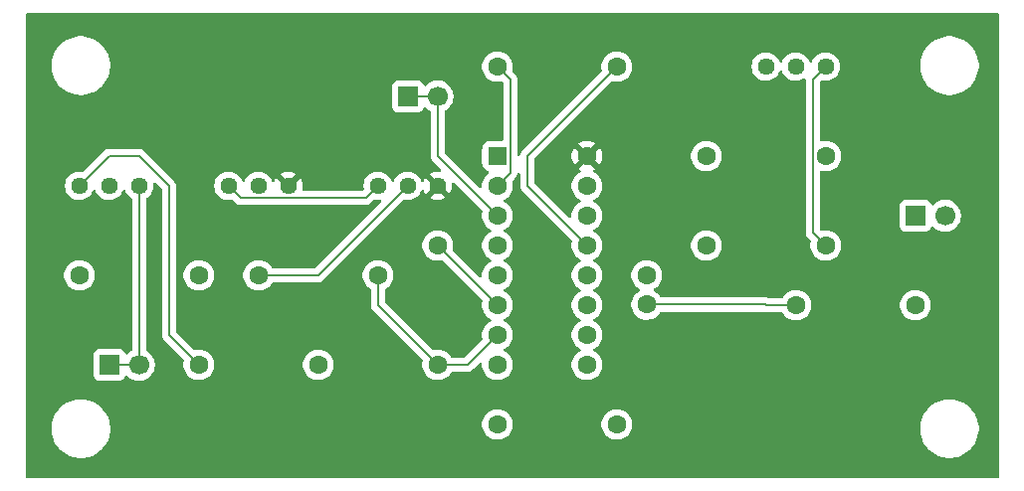
<source format=gtl>
G04 #@! TF.GenerationSoftware,KiCad,Pcbnew,9.0.7*
G04 #@! TF.CreationDate,2026-02-15T14:06:54+01:00*
G04 #@! TF.ProjectId,XR-2208,58522d32-3230-4382-9e6b-696361645f70,rev?*
G04 #@! TF.SameCoordinates,Original*
G04 #@! TF.FileFunction,Copper,L1,Top*
G04 #@! TF.FilePolarity,Positive*
%FSLAX46Y46*%
G04 Gerber Fmt 4.6, Leading zero omitted, Abs format (unit mm)*
G04 Created by KiCad (PCBNEW 9.0.7) date 2026-02-15 14:06:54*
%MOMM*%
%LPD*%
G01*
G04 APERTURE LIST*
G04 Aperture macros list*
%AMRoundRect*
0 Rectangle with rounded corners*
0 $1 Rounding radius*
0 $2 $3 $4 $5 $6 $7 $8 $9 X,Y pos of 4 corners*
0 Add a 4 corners polygon primitive as box body*
4,1,4,$2,$3,$4,$5,$6,$7,$8,$9,$2,$3,0*
0 Add four circle primitives for the rounded corners*
1,1,$1+$1,$2,$3*
1,1,$1+$1,$4,$5*
1,1,$1+$1,$6,$7*
1,1,$1+$1,$8,$9*
0 Add four rect primitives between the rounded corners*
20,1,$1+$1,$2,$3,$4,$5,0*
20,1,$1+$1,$4,$5,$6,$7,0*
20,1,$1+$1,$6,$7,$8,$9,0*
20,1,$1+$1,$8,$9,$2,$3,0*%
G04 Aperture macros list end*
G04 #@! TA.AperFunction,ComponentPad*
%ADD10C,1.600000*%
G04 #@! TD*
G04 #@! TA.AperFunction,ComponentPad*
%ADD11C,1.440000*%
G04 #@! TD*
G04 #@! TA.AperFunction,ComponentPad*
%ADD12RoundRect,0.250000X-0.550000X-0.550000X0.550000X-0.550000X0.550000X0.550000X-0.550000X0.550000X0*%
G04 #@! TD*
G04 #@! TA.AperFunction,ComponentPad*
%ADD13R,1.700000X1.700000*%
G04 #@! TD*
G04 #@! TA.AperFunction,ComponentPad*
%ADD14C,1.700000*%
G04 #@! TD*
G04 #@! TA.AperFunction,Conductor*
%ADD15C,0.200000*%
G04 #@! TD*
G04 APERTURE END LIST*
D10*
G04 #@! TO.P,R4,1*
G04 #@! TO.N,Net-(R4-Pad1)*
X157480000Y-99060000D03*
G04 #@! TO.P,R4,2*
G04 #@! TO.N,Net-(IC1-OP+)*
X147320000Y-99060000D03*
G04 #@! TD*
G04 #@! TO.P,R1,1*
G04 #@! TO.N,Net-(R1-Pad1)*
X104140000Y-109220000D03*
G04 #@! TO.P,R1,2*
G04 #@! TO.N,GND*
X114300000Y-109220000D03*
G04 #@! TD*
D11*
G04 #@! TO.P,RV2,1,1*
G04 #@! TO.N,VCC*
X124460000Y-93980000D03*
G04 #@! TO.P,RV2,2,2*
G04 #@! TO.N,Net-(R2-Pad1)*
X121920000Y-93980000D03*
G04 #@! TO.P,RV2,3,3*
G04 #@! TO.N,VEE*
X119380000Y-93980000D03*
G04 #@! TD*
G04 #@! TO.P,RV1,1,1*
G04 #@! TO.N,Net-(J2-Pin_1)*
X99060000Y-93980000D03*
G04 #@! TO.P,RV1,2,2*
G04 #@! TO.N,Net-(IC1-Y_IN)*
X96520000Y-93980000D03*
G04 #@! TO.P,RV1,3,3*
G04 #@! TO.N,Net-(R1-Pad1)*
X93980000Y-93980000D03*
G04 #@! TD*
D10*
G04 #@! TO.P,RX1,1*
G04 #@! TO.N,Net-(IC1-X_GAIN@1)*
X129540000Y-114300000D03*
G04 #@! TO.P,RX1,2*
G04 #@! TO.N,Net-(IC1-X_GAIN@2)*
X139700000Y-114300000D03*
G04 #@! TD*
D11*
G04 #@! TO.P,RV3,1,1*
G04 #@! TO.N,VCC*
X111760000Y-93980000D03*
G04 #@! TO.P,RV3,2,2*
G04 #@! TO.N,Net-(R3-Pad1)*
X109220000Y-93980000D03*
G04 #@! TO.P,RV3,3,3*
G04 #@! TO.N,VEE*
X106680000Y-93980000D03*
G04 #@! TD*
D12*
G04 #@! TO.P,IC1,1,MULT@1*
G04 #@! TO.N,Net-(IC1-MULT@1)*
X129540000Y-91440000D03*
D10*
G04 #@! TO.P,IC1,2,MULT@2*
G04 #@! TO.N,Net-(IC1-MULT@2)*
X129540000Y-93980000D03*
G04 #@! TO.P,IC1,3,X_IN*
G04 #@! TO.N,Net-(IC1-X_IN)*
X129540000Y-96520000D03*
G04 #@! TO.P,IC1,4,COMMON*
G04 #@! TO.N,GND*
X129540000Y-99060000D03*
G04 #@! TO.P,IC1,5,Y_IN*
G04 #@! TO.N,Net-(IC1-Y_IN)*
X129540000Y-101600000D03*
G04 #@! TO.P,IC1,6,Y_GAIN@1*
G04 #@! TO.N,Net-(IC1-Y_GAIN@1)*
X129540000Y-104140000D03*
G04 #@! TO.P,IC1,7,Y_GAIN@2*
G04 #@! TO.N,Net-(IC1-Y_GAIN@2)*
X129540000Y-106680000D03*
G04 #@! TO.P,IC1,8,X_GAIN@1*
G04 #@! TO.N,Net-(IC1-X_GAIN@1)*
X129540000Y-109220000D03*
G04 #@! TO.P,IC1,9,X_GAIN@2*
G04 #@! TO.N,Net-(IC1-X_GAIN@2)*
X137160000Y-109220000D03*
G04 #@! TO.P,IC1,10,V-*
G04 #@! TO.N,VEE*
X137160000Y-106680000D03*
G04 #@! TO.P,IC1,11,OP_OUT*
G04 #@! TO.N,Net-(IC1-OP_OUT)*
X137160000Y-104140000D03*
G04 #@! TO.P,IC1,12,COMP*
G04 #@! TO.N,Net-(IC1-COMP)*
X137160000Y-101600000D03*
G04 #@! TO.P,IC1,13,OP+*
G04 #@! TO.N,Net-(IC1-OP+)*
X137160000Y-99060000D03*
G04 #@! TO.P,IC1,14,OP-*
G04 #@! TO.N,Net-(IC1-OP-)*
X137160000Y-96520000D03*
G04 #@! TO.P,IC1,15,HF_OUT*
G04 #@! TO.N,unconnected-(IC1-HF_OUT-Pad15)*
X137160000Y-93980000D03*
G04 #@! TO.P,IC1,16,V+*
G04 #@! TO.N,VCC*
X137160000Y-91440000D03*
G04 #@! TD*
G04 #@! TO.P,RY1,1*
G04 #@! TO.N,Net-(IC1-Y_GAIN@2)*
X124460000Y-109220000D03*
G04 #@! TO.P,RY1,2*
G04 #@! TO.N,Net-(IC1-Y_GAIN@1)*
X124460000Y-99060000D03*
G04 #@! TD*
G04 #@! TO.P,Ri1,1*
G04 #@! TO.N,Net-(IC1-MULT@1)*
X147320000Y-91440000D03*
G04 #@! TO.P,Ri1,2*
G04 #@! TO.N,Net-(IC1-OP-)*
X157480000Y-91440000D03*
G04 #@! TD*
G04 #@! TO.P,R2,1*
G04 #@! TO.N,Net-(R2-Pad1)*
X109220000Y-101600000D03*
G04 #@! TO.P,R2,2*
G04 #@! TO.N,Net-(IC1-Y_GAIN@2)*
X119380000Y-101600000D03*
G04 #@! TD*
D13*
G04 #@! TO.P,J2,1,Pin_1*
G04 #@! TO.N,Net-(J2-Pin_1)*
X96520000Y-109220000D03*
D14*
G04 #@! TO.P,J2,2,Pin_2*
X99060000Y-109220000D03*
G04 #@! TD*
D10*
G04 #@! TO.P,R5,1*
G04 #@! TO.N,Net-(IC1-MULT@2)*
X129540000Y-83820000D03*
G04 #@! TO.P,R5,2*
G04 #@! TO.N,Net-(IC1-OP+)*
X139700000Y-83820000D03*
G04 #@! TD*
D13*
G04 #@! TO.P,J1,1,Pin_1*
G04 #@! TO.N,Net-(IC1-X_IN)*
X121920000Y-86360000D03*
D14*
G04 #@! TO.P,J1,2,Pin_2*
X124460000Y-86360000D03*
G04 #@! TD*
D13*
G04 #@! TO.P,J3,1,Pin_1*
G04 #@! TO.N,Net-(IC1-OP-)*
X165100000Y-96520000D03*
D14*
G04 #@! TO.P,J3,2,Pin_2*
X167640000Y-96520000D03*
G04 #@! TD*
D10*
G04 #@! TO.P,Rf1,1*
G04 #@! TO.N,Net-(IC1-OP_OUT)*
X154940000Y-104140000D03*
G04 #@! TO.P,Rf1,2*
G04 #@! TO.N,Net-(IC1-OP-)*
X165100000Y-104140000D03*
G04 #@! TD*
G04 #@! TO.P,C1,1*
G04 #@! TO.N,Net-(IC1-COMP)*
X142240000Y-101600000D03*
G04 #@! TO.P,C1,2*
G04 #@! TO.N,Net-(IC1-OP_OUT)*
X142240000Y-104100000D03*
G04 #@! TD*
G04 #@! TO.P,R3,1*
G04 #@! TO.N,Net-(R3-Pad1)*
X104140000Y-101600000D03*
G04 #@! TO.P,R3,2*
G04 #@! TO.N,Net-(IC1-X_GAIN@1)*
X93980000Y-101600000D03*
G04 #@! TD*
D11*
G04 #@! TO.P,RV4,1,1*
G04 #@! TO.N,GND*
X152400000Y-83820000D03*
G04 #@! TO.P,RV4,2,2*
X154940000Y-83820000D03*
G04 #@! TO.P,RV4,3,3*
G04 #@! TO.N,Net-(R4-Pad1)*
X157480000Y-83820000D03*
G04 #@! TD*
D15*
G04 #@! TO.N,Net-(IC1-OP+)*
X132080000Y-93980000D02*
X137160000Y-99060000D01*
X132080000Y-91440000D02*
X132080000Y-93980000D01*
X139700000Y-83820000D02*
X132080000Y-91440000D01*
G04 #@! TO.N,Net-(IC1-OP_OUT)*
X154940000Y-104140000D02*
X152400000Y-104140000D01*
X152400000Y-104140000D02*
X152360000Y-104100000D01*
X152360000Y-104100000D02*
X142240000Y-104100000D01*
G04 #@! TO.N,Net-(IC1-Y_GAIN@2)*
X119380000Y-104140000D02*
X124460000Y-109220000D01*
X119380000Y-101600000D02*
X119380000Y-104140000D01*
X127000000Y-109220000D02*
X129540000Y-106680000D01*
X124460000Y-109220000D02*
X127000000Y-109220000D01*
G04 #@! TO.N,Net-(IC1-MULT@2)*
X130641000Y-92879000D02*
X129540000Y-93980000D01*
X129540000Y-83820000D02*
X130641000Y-84921000D01*
X130641000Y-84921000D02*
X130641000Y-92879000D01*
G04 #@! TO.N,VEE*
X106680000Y-93980000D02*
X107701000Y-95001000D01*
X107701000Y-95001000D02*
X118359000Y-95001000D01*
X118359000Y-95001000D02*
X119380000Y-93980000D01*
G04 #@! TO.N,Net-(IC1-Y_GAIN@1)*
X124460000Y-99060000D02*
X129540000Y-104140000D01*
G04 #@! TO.N,Net-(IC1-X_IN)*
X124460000Y-86360000D02*
X124460000Y-91440000D01*
X124460000Y-91440000D02*
X129540000Y-96520000D01*
X121920000Y-86360000D02*
X124460000Y-86360000D01*
G04 #@! TO.N,Net-(J2-Pin_1)*
X96520000Y-109220000D02*
X99060000Y-109220000D01*
X99060000Y-109220000D02*
X99060000Y-93980000D01*
G04 #@! TO.N,Net-(R1-Pad1)*
X101600000Y-93980000D02*
X101600000Y-106680000D01*
X101600000Y-106680000D02*
X104140000Y-109220000D01*
X99060000Y-91440000D02*
X101600000Y-93980000D01*
X93980000Y-93980000D02*
X96520000Y-91440000D01*
X96520000Y-91440000D02*
X99060000Y-91440000D01*
G04 #@! TO.N,Net-(R2-Pad1)*
X121920000Y-93980000D02*
X114300000Y-101600000D01*
X114300000Y-101600000D02*
X109220000Y-101600000D01*
G04 #@! TO.N,Net-(R4-Pad1)*
X156379000Y-97959000D02*
X156379000Y-84921000D01*
X156379000Y-84921000D02*
X157480000Y-83820000D01*
X157480000Y-99060000D02*
X156379000Y-97959000D01*
G04 #@! TD*
G04 #@! TA.AperFunction,Conductor*
G04 #@! TO.N,VCC*
G36*
X172162539Y-79260185D02*
G01*
X172208294Y-79312989D01*
X172219500Y-79364500D01*
X172219500Y-118755500D01*
X172199815Y-118822539D01*
X172147011Y-118868294D01*
X172095500Y-118879500D01*
X89524500Y-118879500D01*
X89457461Y-118859815D01*
X89411706Y-118807011D01*
X89400500Y-118755500D01*
X89400500Y-114519568D01*
X91599500Y-114519568D01*
X91599500Y-114800431D01*
X91630942Y-115079494D01*
X91630945Y-115079512D01*
X91693439Y-115353317D01*
X91693443Y-115353329D01*
X91786200Y-115618411D01*
X91908053Y-115871442D01*
X91908055Y-115871445D01*
X92057477Y-116109248D01*
X92232584Y-116328825D01*
X92431175Y-116527416D01*
X92650752Y-116702523D01*
X92888555Y-116851945D01*
X93141592Y-116973801D01*
X93340680Y-117043465D01*
X93406670Y-117066556D01*
X93406682Y-117066560D01*
X93680491Y-117129055D01*
X93680497Y-117129055D01*
X93680505Y-117129057D01*
X93866547Y-117150018D01*
X93959569Y-117160499D01*
X93959572Y-117160500D01*
X93959575Y-117160500D01*
X94240428Y-117160500D01*
X94240429Y-117160499D01*
X94383055Y-117144429D01*
X94519494Y-117129057D01*
X94519499Y-117129056D01*
X94519509Y-117129055D01*
X94793318Y-117066560D01*
X95058408Y-116973801D01*
X95311445Y-116851945D01*
X95549248Y-116702523D01*
X95768825Y-116527416D01*
X95967416Y-116328825D01*
X96142523Y-116109248D01*
X96291945Y-115871445D01*
X96413801Y-115618408D01*
X96506560Y-115353318D01*
X96569055Y-115079509D01*
X96580086Y-114981610D01*
X96600499Y-114800431D01*
X96600500Y-114800427D01*
X96600500Y-114519572D01*
X96600499Y-114519568D01*
X96569057Y-114240505D01*
X96569056Y-114240500D01*
X96569055Y-114240491D01*
X96559276Y-114197648D01*
X128239500Y-114197648D01*
X128239500Y-114402351D01*
X128271522Y-114604534D01*
X128334781Y-114799223D01*
X128427715Y-114981613D01*
X128548028Y-115147213D01*
X128692786Y-115291971D01*
X128847749Y-115404556D01*
X128858390Y-115412287D01*
X128974607Y-115471503D01*
X129040776Y-115505218D01*
X129040778Y-115505218D01*
X129040781Y-115505220D01*
X129145137Y-115539127D01*
X129235465Y-115568477D01*
X129336557Y-115584488D01*
X129437648Y-115600500D01*
X129437649Y-115600500D01*
X129642351Y-115600500D01*
X129642352Y-115600500D01*
X129844534Y-115568477D01*
X130039219Y-115505220D01*
X130221610Y-115412287D01*
X130314590Y-115344732D01*
X130387213Y-115291971D01*
X130387215Y-115291968D01*
X130387219Y-115291966D01*
X130531966Y-115147219D01*
X130531968Y-115147215D01*
X130531971Y-115147213D01*
X130584732Y-115074590D01*
X130652287Y-114981610D01*
X130744602Y-114800431D01*
X130745218Y-114799223D01*
X130745218Y-114799222D01*
X130745220Y-114799219D01*
X130808477Y-114604534D01*
X130840500Y-114402352D01*
X130840500Y-114197648D01*
X138399500Y-114197648D01*
X138399500Y-114402351D01*
X138431522Y-114604534D01*
X138494781Y-114799223D01*
X138587715Y-114981613D01*
X138708028Y-115147213D01*
X138852786Y-115291971D01*
X139007749Y-115404556D01*
X139018390Y-115412287D01*
X139134607Y-115471503D01*
X139200776Y-115505218D01*
X139200778Y-115505218D01*
X139200781Y-115505220D01*
X139305137Y-115539127D01*
X139395465Y-115568477D01*
X139496557Y-115584488D01*
X139597648Y-115600500D01*
X139597649Y-115600500D01*
X139802351Y-115600500D01*
X139802352Y-115600500D01*
X140004534Y-115568477D01*
X140199219Y-115505220D01*
X140381610Y-115412287D01*
X140474590Y-115344732D01*
X140547213Y-115291971D01*
X140547215Y-115291968D01*
X140547219Y-115291966D01*
X140691966Y-115147219D01*
X140691968Y-115147215D01*
X140691971Y-115147213D01*
X140744732Y-115074590D01*
X140812287Y-114981610D01*
X140904602Y-114800431D01*
X140905218Y-114799223D01*
X140905218Y-114799222D01*
X140905220Y-114799219D01*
X140968477Y-114604534D01*
X140978326Y-114542351D01*
X140981935Y-114519568D01*
X165499500Y-114519568D01*
X165499500Y-114800431D01*
X165530942Y-115079494D01*
X165530945Y-115079512D01*
X165593439Y-115353317D01*
X165593443Y-115353329D01*
X165686200Y-115618411D01*
X165808053Y-115871442D01*
X165808055Y-115871445D01*
X165957477Y-116109248D01*
X166132584Y-116328825D01*
X166331175Y-116527416D01*
X166550752Y-116702523D01*
X166788555Y-116851945D01*
X167041592Y-116973801D01*
X167240680Y-117043465D01*
X167306670Y-117066556D01*
X167306682Y-117066560D01*
X167580491Y-117129055D01*
X167580497Y-117129055D01*
X167580505Y-117129057D01*
X167766547Y-117150018D01*
X167859569Y-117160499D01*
X167859572Y-117160500D01*
X167859575Y-117160500D01*
X168140428Y-117160500D01*
X168140429Y-117160499D01*
X168283055Y-117144429D01*
X168419494Y-117129057D01*
X168419499Y-117129056D01*
X168419509Y-117129055D01*
X168693318Y-117066560D01*
X168958408Y-116973801D01*
X169211445Y-116851945D01*
X169449248Y-116702523D01*
X169668825Y-116527416D01*
X169867416Y-116328825D01*
X170042523Y-116109248D01*
X170191945Y-115871445D01*
X170313801Y-115618408D01*
X170406560Y-115353318D01*
X170469055Y-115079509D01*
X170480086Y-114981610D01*
X170500499Y-114800431D01*
X170500500Y-114800427D01*
X170500500Y-114519572D01*
X170500499Y-114519568D01*
X170469057Y-114240505D01*
X170469054Y-114240487D01*
X170406560Y-113966682D01*
X170406556Y-113966670D01*
X170383465Y-113900680D01*
X170313801Y-113701592D01*
X170191945Y-113448555D01*
X170042523Y-113210752D01*
X169867416Y-112991175D01*
X169668825Y-112792584D01*
X169449248Y-112617477D01*
X169211445Y-112468055D01*
X169211442Y-112468053D01*
X168958411Y-112346200D01*
X168693329Y-112253443D01*
X168693317Y-112253439D01*
X168419512Y-112190945D01*
X168419494Y-112190942D01*
X168140431Y-112159500D01*
X168140425Y-112159500D01*
X167859575Y-112159500D01*
X167859568Y-112159500D01*
X167580505Y-112190942D01*
X167580487Y-112190945D01*
X167306682Y-112253439D01*
X167306670Y-112253443D01*
X167041588Y-112346200D01*
X166788557Y-112468053D01*
X166550753Y-112617476D01*
X166331175Y-112792583D01*
X166132583Y-112991175D01*
X165957476Y-113210753D01*
X165808053Y-113448557D01*
X165686200Y-113701588D01*
X165593443Y-113966670D01*
X165593439Y-113966682D01*
X165530945Y-114240487D01*
X165530942Y-114240505D01*
X165499500Y-114519568D01*
X140981935Y-114519568D01*
X140985557Y-114496698D01*
X141000500Y-114402351D01*
X141000500Y-114197648D01*
X140968477Y-113995465D01*
X140905218Y-113800776D01*
X140871503Y-113734607D01*
X140812287Y-113618390D01*
X140740637Y-113519771D01*
X140691971Y-113452786D01*
X140547213Y-113308028D01*
X140381613Y-113187715D01*
X140381612Y-113187714D01*
X140381610Y-113187713D01*
X140324653Y-113158691D01*
X140199223Y-113094781D01*
X140004534Y-113031522D01*
X139829995Y-113003878D01*
X139802352Y-112999500D01*
X139597648Y-112999500D01*
X139573329Y-113003351D01*
X139395465Y-113031522D01*
X139200776Y-113094781D01*
X139018386Y-113187715D01*
X138852786Y-113308028D01*
X138708028Y-113452786D01*
X138587715Y-113618386D01*
X138494781Y-113800776D01*
X138431522Y-113995465D01*
X138399500Y-114197648D01*
X130840500Y-114197648D01*
X130808477Y-113995466D01*
X130745220Y-113800781D01*
X130745218Y-113800778D01*
X130745218Y-113800776D01*
X130711503Y-113734607D01*
X130652287Y-113618390D01*
X130580637Y-113519771D01*
X130531971Y-113452786D01*
X130387213Y-113308028D01*
X130221613Y-113187715D01*
X130221612Y-113187714D01*
X130221610Y-113187713D01*
X130164653Y-113158691D01*
X130039223Y-113094781D01*
X129844534Y-113031522D01*
X129669995Y-113003878D01*
X129642352Y-112999500D01*
X129437648Y-112999500D01*
X129413329Y-113003351D01*
X129235465Y-113031522D01*
X129040776Y-113094781D01*
X128858386Y-113187715D01*
X128692786Y-113308028D01*
X128548028Y-113452786D01*
X128427715Y-113618386D01*
X128334781Y-113800776D01*
X128271522Y-113995465D01*
X128239500Y-114197648D01*
X96559276Y-114197648D01*
X96506560Y-113966682D01*
X96413801Y-113701592D01*
X96291945Y-113448555D01*
X96142523Y-113210752D01*
X95967416Y-112991175D01*
X95768825Y-112792584D01*
X95549248Y-112617477D01*
X95311445Y-112468055D01*
X95311442Y-112468053D01*
X95058411Y-112346200D01*
X94793329Y-112253443D01*
X94793317Y-112253439D01*
X94519512Y-112190945D01*
X94519494Y-112190942D01*
X94240431Y-112159500D01*
X94240425Y-112159500D01*
X93959575Y-112159500D01*
X93959568Y-112159500D01*
X93680505Y-112190942D01*
X93680487Y-112190945D01*
X93406682Y-112253439D01*
X93406670Y-112253443D01*
X93141588Y-112346200D01*
X92888557Y-112468053D01*
X92650753Y-112617476D01*
X92431175Y-112792583D01*
X92232583Y-112991175D01*
X92057476Y-113210753D01*
X91908053Y-113448557D01*
X91786200Y-113701588D01*
X91693443Y-113966670D01*
X91693439Y-113966682D01*
X91630945Y-114240487D01*
X91630942Y-114240505D01*
X91599500Y-114519568D01*
X89400500Y-114519568D01*
X89400500Y-101497648D01*
X92679500Y-101497648D01*
X92679500Y-101702351D01*
X92711522Y-101904534D01*
X92774781Y-102099223D01*
X92867715Y-102281613D01*
X92988028Y-102447213D01*
X93132786Y-102591971D01*
X93287749Y-102704556D01*
X93298390Y-102712287D01*
X93379499Y-102753614D01*
X93480776Y-102805218D01*
X93480778Y-102805218D01*
X93480781Y-102805220D01*
X93555818Y-102829601D01*
X93675465Y-102868477D01*
X93694697Y-102871523D01*
X93877648Y-102900500D01*
X93877649Y-102900500D01*
X94082351Y-102900500D01*
X94082352Y-102900500D01*
X94284534Y-102868477D01*
X94479219Y-102805220D01*
X94661610Y-102712287D01*
X94754590Y-102644732D01*
X94827213Y-102591971D01*
X94827215Y-102591968D01*
X94827219Y-102591966D01*
X94971966Y-102447219D01*
X94971968Y-102447215D01*
X94971971Y-102447213D01*
X95024732Y-102374590D01*
X95092287Y-102281610D01*
X95185220Y-102099219D01*
X95248477Y-101904534D01*
X95280500Y-101702352D01*
X95280500Y-101497648D01*
X95248477Y-101295466D01*
X95185220Y-101100781D01*
X95185218Y-101100778D01*
X95185218Y-101100776D01*
X95151503Y-101034607D01*
X95092287Y-100918390D01*
X95084556Y-100907749D01*
X94971971Y-100752786D01*
X94827213Y-100608028D01*
X94661613Y-100487715D01*
X94661612Y-100487714D01*
X94661610Y-100487713D01*
X94604653Y-100458691D01*
X94479223Y-100394781D01*
X94284534Y-100331522D01*
X94087693Y-100300346D01*
X94082352Y-100299500D01*
X93877648Y-100299500D01*
X93872307Y-100300346D01*
X93675465Y-100331522D01*
X93480776Y-100394781D01*
X93298386Y-100487715D01*
X93132786Y-100608028D01*
X92988028Y-100752786D01*
X92867715Y-100918386D01*
X92774781Y-101100776D01*
X92711522Y-101295465D01*
X92679500Y-101497648D01*
X89400500Y-101497648D01*
X89400500Y-93883945D01*
X92759500Y-93883945D01*
X92759500Y-94076055D01*
X92762912Y-94097596D01*
X92789553Y-94265802D01*
X92848916Y-94448506D01*
X92935999Y-94619415D01*
X92936135Y-94619681D01*
X93049055Y-94775102D01*
X93184898Y-94910945D01*
X93340319Y-95023865D01*
X93388617Y-95048474D01*
X93511493Y-95111083D01*
X93598999Y-95139515D01*
X93694199Y-95170447D01*
X93883945Y-95200500D01*
X93883946Y-95200500D01*
X94076054Y-95200500D01*
X94076055Y-95200500D01*
X94265801Y-95170447D01*
X94448509Y-95111082D01*
X94619681Y-95023865D01*
X94775102Y-94910945D01*
X94910945Y-94775102D01*
X95023865Y-94619681D01*
X95111082Y-94448509D01*
X95126681Y-94400500D01*
X95132069Y-94383919D01*
X95171506Y-94326243D01*
X95235864Y-94299044D01*
X95304711Y-94310958D01*
X95356187Y-94358202D01*
X95367931Y-94383919D01*
X95388915Y-94448504D01*
X95475999Y-94619415D01*
X95476135Y-94619681D01*
X95589055Y-94775102D01*
X95724898Y-94910945D01*
X95880319Y-95023865D01*
X95928617Y-95048474D01*
X96051493Y-95111083D01*
X96138999Y-95139515D01*
X96234199Y-95170447D01*
X96423945Y-95200500D01*
X96423946Y-95200500D01*
X96616054Y-95200500D01*
X96616055Y-95200500D01*
X96805801Y-95170447D01*
X96988509Y-95111082D01*
X97159681Y-95023865D01*
X97315102Y-94910945D01*
X97450945Y-94775102D01*
X97563865Y-94619681D01*
X97651082Y-94448509D01*
X97666681Y-94400500D01*
X97672069Y-94383919D01*
X97711506Y-94326243D01*
X97775864Y-94299044D01*
X97844711Y-94310958D01*
X97896187Y-94358202D01*
X97907931Y-94383919D01*
X97928915Y-94448504D01*
X98015999Y-94619415D01*
X98016135Y-94619681D01*
X98129055Y-94775102D01*
X98264898Y-94910945D01*
X98390500Y-95002200D01*
X98408386Y-95015195D01*
X98451051Y-95070525D01*
X98459500Y-95115513D01*
X98459500Y-107934281D01*
X98439815Y-108001320D01*
X98391795Y-108044765D01*
X98352185Y-108064947D01*
X98352184Y-108064948D01*
X98180215Y-108189889D01*
X98066673Y-108303431D01*
X98005350Y-108336915D01*
X97935658Y-108331931D01*
X97879725Y-108290059D01*
X97862810Y-108259082D01*
X97813797Y-108127671D01*
X97813793Y-108127664D01*
X97727547Y-108012455D01*
X97727544Y-108012452D01*
X97612335Y-107926206D01*
X97612328Y-107926202D01*
X97477482Y-107875908D01*
X97477483Y-107875908D01*
X97417883Y-107869501D01*
X97417881Y-107869500D01*
X97417873Y-107869500D01*
X97417864Y-107869500D01*
X95622129Y-107869500D01*
X95622123Y-107869501D01*
X95562516Y-107875908D01*
X95427671Y-107926202D01*
X95427664Y-107926206D01*
X95312455Y-108012452D01*
X95312452Y-108012455D01*
X95226206Y-108127664D01*
X95226202Y-108127671D01*
X95175908Y-108262517D01*
X95169501Y-108322116D01*
X95169500Y-108322135D01*
X95169500Y-110117870D01*
X95169501Y-110117876D01*
X95175908Y-110177483D01*
X95226202Y-110312328D01*
X95226206Y-110312335D01*
X95312452Y-110427544D01*
X95312455Y-110427547D01*
X95427664Y-110513793D01*
X95427671Y-110513797D01*
X95562517Y-110564091D01*
X95562516Y-110564091D01*
X95569444Y-110564835D01*
X95622127Y-110570500D01*
X97417872Y-110570499D01*
X97477483Y-110564091D01*
X97612331Y-110513796D01*
X97727546Y-110427546D01*
X97813796Y-110312331D01*
X97862810Y-110180916D01*
X97904681Y-110124984D01*
X97970145Y-110100566D01*
X98038418Y-110115417D01*
X98066673Y-110136569D01*
X98180213Y-110250109D01*
X98352179Y-110375048D01*
X98352181Y-110375049D01*
X98352184Y-110375051D01*
X98541588Y-110471557D01*
X98743757Y-110537246D01*
X98953713Y-110570500D01*
X98953714Y-110570500D01*
X99166286Y-110570500D01*
X99166287Y-110570500D01*
X99376243Y-110537246D01*
X99578412Y-110471557D01*
X99767816Y-110375051D01*
X99854138Y-110312335D01*
X99939786Y-110250109D01*
X99939788Y-110250106D01*
X99939792Y-110250104D01*
X100090104Y-110099792D01*
X100090106Y-110099788D01*
X100090109Y-110099786D01*
X100215048Y-109927820D01*
X100215047Y-109927820D01*
X100215051Y-109927816D01*
X100311557Y-109738412D01*
X100377246Y-109536243D01*
X100410500Y-109326287D01*
X100410500Y-109113713D01*
X100377246Y-108903757D01*
X100311557Y-108701588D01*
X100215051Y-108512184D01*
X100215049Y-108512181D01*
X100215048Y-108512179D01*
X100090109Y-108340213D01*
X99939786Y-108189890D01*
X99767815Y-108064948D01*
X99767814Y-108064947D01*
X99728205Y-108044765D01*
X99677409Y-107996791D01*
X99660500Y-107934281D01*
X99660500Y-95115513D01*
X99680185Y-95048474D01*
X99711614Y-95015195D01*
X99726081Y-95004684D01*
X99855102Y-94910945D01*
X99990945Y-94775102D01*
X100103865Y-94619681D01*
X100191082Y-94448509D01*
X100250447Y-94265801D01*
X100280500Y-94076055D01*
X100280500Y-93883945D01*
X100269777Y-93816243D01*
X100278731Y-93746952D01*
X100323727Y-93693500D01*
X100390479Y-93672860D01*
X100457793Y-93691585D01*
X100479931Y-93709166D01*
X100963181Y-94192416D01*
X100996666Y-94253739D01*
X100999500Y-94280097D01*
X100999500Y-106593330D01*
X100999499Y-106593348D01*
X100999499Y-106759054D01*
X100999498Y-106759054D01*
X101040423Y-106911785D01*
X101069358Y-106961900D01*
X101069359Y-106961904D01*
X101069360Y-106961904D01*
X101119479Y-107048714D01*
X101119481Y-107048717D01*
X101238349Y-107167585D01*
X101238355Y-107167590D01*
X102845922Y-108775157D01*
X102879407Y-108836480D01*
X102876173Y-108901154D01*
X102874365Y-108906717D01*
X102871522Y-108915468D01*
X102839500Y-109117648D01*
X102839500Y-109322351D01*
X102871522Y-109524534D01*
X102934781Y-109719223D01*
X103027715Y-109901613D01*
X103148028Y-110067213D01*
X103292786Y-110211971D01*
X103430928Y-110312335D01*
X103458390Y-110332287D01*
X103542319Y-110375051D01*
X103640776Y-110425218D01*
X103640778Y-110425218D01*
X103640781Y-110425220D01*
X103745137Y-110459127D01*
X103835465Y-110488477D01*
X103936557Y-110504488D01*
X104037648Y-110520500D01*
X104037649Y-110520500D01*
X104242351Y-110520500D01*
X104242352Y-110520500D01*
X104444534Y-110488477D01*
X104639219Y-110425220D01*
X104821610Y-110332287D01*
X104934726Y-110250104D01*
X104987213Y-110211971D01*
X104987215Y-110211968D01*
X104987219Y-110211966D01*
X105131966Y-110067219D01*
X105131968Y-110067215D01*
X105131971Y-110067213D01*
X105233247Y-109927816D01*
X105252287Y-109901610D01*
X105345220Y-109719219D01*
X105408477Y-109524534D01*
X105440500Y-109322352D01*
X105440500Y-109117648D01*
X112999500Y-109117648D01*
X112999500Y-109322351D01*
X113031522Y-109524534D01*
X113094781Y-109719223D01*
X113187715Y-109901613D01*
X113308028Y-110067213D01*
X113452786Y-110211971D01*
X113590928Y-110312335D01*
X113618390Y-110332287D01*
X113702319Y-110375051D01*
X113800776Y-110425218D01*
X113800778Y-110425218D01*
X113800781Y-110425220D01*
X113905137Y-110459127D01*
X113995465Y-110488477D01*
X114096557Y-110504488D01*
X114197648Y-110520500D01*
X114197649Y-110520500D01*
X114402351Y-110520500D01*
X114402352Y-110520500D01*
X114604534Y-110488477D01*
X114799219Y-110425220D01*
X114981610Y-110332287D01*
X115094726Y-110250104D01*
X115147213Y-110211971D01*
X115147215Y-110211968D01*
X115147219Y-110211966D01*
X115291966Y-110067219D01*
X115291968Y-110067215D01*
X115291971Y-110067213D01*
X115393247Y-109927816D01*
X115412287Y-109901610D01*
X115505220Y-109719219D01*
X115568477Y-109524534D01*
X115600500Y-109322352D01*
X115600500Y-109117648D01*
X115599877Y-109113713D01*
X115568477Y-108915465D01*
X115505218Y-108720776D01*
X115471503Y-108654607D01*
X115412287Y-108538390D01*
X115404556Y-108527749D01*
X115291971Y-108372786D01*
X115147213Y-108228028D01*
X114981613Y-108107715D01*
X114981612Y-108107714D01*
X114981610Y-108107713D01*
X114897681Y-108064949D01*
X114799223Y-108014781D01*
X114604534Y-107951522D01*
X114407693Y-107920346D01*
X114402352Y-107919500D01*
X114197648Y-107919500D01*
X114192307Y-107920346D01*
X113995465Y-107951522D01*
X113800776Y-108014781D01*
X113618386Y-108107715D01*
X113452786Y-108228028D01*
X113308028Y-108372786D01*
X113187715Y-108538386D01*
X113094781Y-108720776D01*
X113031522Y-108915465D01*
X112999500Y-109117648D01*
X105440500Y-109117648D01*
X105439877Y-109113713D01*
X105408477Y-108915465D01*
X105345218Y-108720776D01*
X105311503Y-108654607D01*
X105252287Y-108538390D01*
X105244556Y-108527749D01*
X105131971Y-108372786D01*
X104987213Y-108228028D01*
X104821613Y-108107715D01*
X104821612Y-108107714D01*
X104821610Y-108107713D01*
X104737681Y-108064949D01*
X104639223Y-108014781D01*
X104444534Y-107951522D01*
X104247693Y-107920346D01*
X104242352Y-107919500D01*
X104037648Y-107919500D01*
X103999599Y-107925526D01*
X103835468Y-107951522D01*
X103826717Y-107954365D01*
X103821154Y-107956173D01*
X103751313Y-107958167D01*
X103695157Y-107925922D01*
X102236819Y-106467584D01*
X102203334Y-106406261D01*
X102200500Y-106379903D01*
X102200500Y-101497648D01*
X102839500Y-101497648D01*
X102839500Y-101702351D01*
X102871522Y-101904534D01*
X102934781Y-102099223D01*
X103027715Y-102281613D01*
X103148028Y-102447213D01*
X103292786Y-102591971D01*
X103447749Y-102704556D01*
X103458390Y-102712287D01*
X103539499Y-102753614D01*
X103640776Y-102805218D01*
X103640778Y-102805218D01*
X103640781Y-102805220D01*
X103715818Y-102829601D01*
X103835465Y-102868477D01*
X103854697Y-102871523D01*
X104037648Y-102900500D01*
X104037649Y-102900500D01*
X104242351Y-102900500D01*
X104242352Y-102900500D01*
X104444534Y-102868477D01*
X104639219Y-102805220D01*
X104821610Y-102712287D01*
X104914590Y-102644732D01*
X104987213Y-102591971D01*
X104987215Y-102591968D01*
X104987219Y-102591966D01*
X105131966Y-102447219D01*
X105131968Y-102447215D01*
X105131971Y-102447213D01*
X105184732Y-102374590D01*
X105252287Y-102281610D01*
X105345220Y-102099219D01*
X105408477Y-101904534D01*
X105440500Y-101702352D01*
X105440500Y-101497648D01*
X105408477Y-101295466D01*
X105345220Y-101100781D01*
X105345218Y-101100778D01*
X105345218Y-101100776D01*
X105311503Y-101034607D01*
X105252287Y-100918390D01*
X105244556Y-100907749D01*
X105131971Y-100752786D01*
X104987213Y-100608028D01*
X104821613Y-100487715D01*
X104821612Y-100487714D01*
X104821610Y-100487713D01*
X104764653Y-100458691D01*
X104639223Y-100394781D01*
X104444534Y-100331522D01*
X104247693Y-100300346D01*
X104242352Y-100299500D01*
X104037648Y-100299500D01*
X104032307Y-100300346D01*
X103835465Y-100331522D01*
X103640776Y-100394781D01*
X103458386Y-100487715D01*
X103292786Y-100608028D01*
X103148028Y-100752786D01*
X103027715Y-100918386D01*
X102934781Y-101100776D01*
X102871522Y-101295465D01*
X102839500Y-101497648D01*
X102200500Y-101497648D01*
X102200500Y-93901760D01*
X102200500Y-93900943D01*
X102195945Y-93883945D01*
X105459500Y-93883945D01*
X105459500Y-94076055D01*
X105462912Y-94097596D01*
X105489553Y-94265802D01*
X105548916Y-94448506D01*
X105635999Y-94619415D01*
X105636135Y-94619681D01*
X105749055Y-94775102D01*
X105884898Y-94910945D01*
X106040319Y-95023865D01*
X106088617Y-95048474D01*
X106211493Y-95111083D01*
X106298999Y-95139515D01*
X106394199Y-95170447D01*
X106583945Y-95200500D01*
X106583946Y-95200500D01*
X106776054Y-95200500D01*
X106776055Y-95200500D01*
X106951233Y-95172754D01*
X106956657Y-95173455D01*
X106961784Y-95171543D01*
X106990934Y-95177884D01*
X107020525Y-95181708D01*
X107026130Y-95185540D01*
X107030057Y-95186395D01*
X107058311Y-95207546D01*
X107216139Y-95365374D01*
X107216149Y-95365385D01*
X107220479Y-95369715D01*
X107220480Y-95369716D01*
X107332284Y-95481520D01*
X107398068Y-95519500D01*
X107469215Y-95560577D01*
X107621943Y-95601501D01*
X107621946Y-95601501D01*
X107787653Y-95601501D01*
X107787669Y-95601500D01*
X118272331Y-95601500D01*
X118272347Y-95601501D01*
X118279943Y-95601501D01*
X118438054Y-95601501D01*
X118438057Y-95601501D01*
X118590785Y-95560577D01*
X118661932Y-95519500D01*
X118727716Y-95481520D01*
X118839520Y-95369716D01*
X118839520Y-95369714D01*
X118849723Y-95359512D01*
X118849727Y-95359506D01*
X119001689Y-95207544D01*
X119063010Y-95174061D01*
X119108764Y-95172754D01*
X119283945Y-95200500D01*
X119283946Y-95200500D01*
X119476053Y-95200500D01*
X119476055Y-95200500D01*
X119543754Y-95189777D01*
X119613046Y-95198731D01*
X119666498Y-95243727D01*
X119687138Y-95310478D01*
X119668414Y-95377792D01*
X119650832Y-95399931D01*
X114087584Y-100963181D01*
X114026261Y-100996666D01*
X113999903Y-100999500D01*
X110449602Y-100999500D01*
X110382563Y-100979815D01*
X110339117Y-100931795D01*
X110332284Y-100918385D01*
X110211971Y-100752786D01*
X110067213Y-100608028D01*
X109901613Y-100487715D01*
X109901612Y-100487714D01*
X109901610Y-100487713D01*
X109844653Y-100458691D01*
X109719223Y-100394781D01*
X109524534Y-100331522D01*
X109327693Y-100300346D01*
X109322352Y-100299500D01*
X109117648Y-100299500D01*
X109112307Y-100300346D01*
X108915465Y-100331522D01*
X108720776Y-100394781D01*
X108538386Y-100487715D01*
X108372786Y-100608028D01*
X108228028Y-100752786D01*
X108107715Y-100918386D01*
X108014781Y-101100776D01*
X107951522Y-101295465D01*
X107919500Y-101497648D01*
X107919500Y-101702351D01*
X107951522Y-101904534D01*
X108014781Y-102099223D01*
X108107715Y-102281613D01*
X108228028Y-102447213D01*
X108372786Y-102591971D01*
X108527749Y-102704556D01*
X108538390Y-102712287D01*
X108619499Y-102753614D01*
X108720776Y-102805218D01*
X108720778Y-102805218D01*
X108720781Y-102805220D01*
X108795818Y-102829601D01*
X108915465Y-102868477D01*
X108934697Y-102871523D01*
X109117648Y-102900500D01*
X109117649Y-102900500D01*
X109322351Y-102900500D01*
X109322352Y-102900500D01*
X109524534Y-102868477D01*
X109719219Y-102805220D01*
X109901610Y-102712287D01*
X109994590Y-102644732D01*
X110067213Y-102591971D01*
X110067215Y-102591968D01*
X110067219Y-102591966D01*
X110211966Y-102447219D01*
X110211968Y-102447215D01*
X110211971Y-102447213D01*
X110332284Y-102281614D01*
X110332285Y-102281613D01*
X110332287Y-102281610D01*
X110339117Y-102268204D01*
X110387091Y-102217409D01*
X110449602Y-102200500D01*
X114213331Y-102200500D01*
X114213347Y-102200501D01*
X114220943Y-102200501D01*
X114379054Y-102200501D01*
X114379057Y-102200501D01*
X114531785Y-102159577D01*
X114581904Y-102130639D01*
X114668716Y-102080520D01*
X114780520Y-101968716D01*
X114780520Y-101968714D01*
X114790728Y-101958507D01*
X114790730Y-101958504D01*
X121541689Y-95207544D01*
X121603010Y-95174061D01*
X121648764Y-95172754D01*
X121823945Y-95200500D01*
X121823946Y-95200500D01*
X122016054Y-95200500D01*
X122016055Y-95200500D01*
X122205801Y-95170447D01*
X122388509Y-95111082D01*
X122559681Y-95023865D01*
X122715102Y-94910945D01*
X122850945Y-94775102D01*
X122963865Y-94619681D01*
X123051082Y-94448509D01*
X123066681Y-94400500D01*
X123072332Y-94383109D01*
X123111769Y-94325433D01*
X123176127Y-94298234D01*
X123244973Y-94310148D01*
X123296450Y-94357392D01*
X123308194Y-94383107D01*
X123329383Y-94448321D01*
X123416561Y-94619415D01*
X123437798Y-94648646D01*
X124060000Y-94026445D01*
X124060000Y-94032661D01*
X124087259Y-94134394D01*
X124139920Y-94225606D01*
X124214394Y-94300080D01*
X124305606Y-94352741D01*
X124407339Y-94380000D01*
X124413554Y-94380000D01*
X123791351Y-95002200D01*
X123791352Y-95002201D01*
X123820577Y-95023434D01*
X123991678Y-95110616D01*
X124174315Y-95169959D01*
X124363985Y-95200000D01*
X124556015Y-95200000D01*
X124745684Y-95169959D01*
X124928321Y-95110616D01*
X125099419Y-95023436D01*
X125128646Y-95002201D01*
X125128646Y-95002200D01*
X124506447Y-94380000D01*
X124512661Y-94380000D01*
X124614394Y-94352741D01*
X124705606Y-94300080D01*
X124780080Y-94225606D01*
X124832741Y-94134394D01*
X124860000Y-94032661D01*
X124860000Y-94026446D01*
X125482200Y-94648646D01*
X125482201Y-94648646D01*
X125503436Y-94619419D01*
X125590616Y-94448321D01*
X125649959Y-94265684D01*
X125680000Y-94076015D01*
X125680000Y-93883986D01*
X125669175Y-93815644D01*
X125678129Y-93746350D01*
X125723125Y-93692898D01*
X125789876Y-93672258D01*
X125857190Y-93690982D01*
X125879329Y-93708564D01*
X128245922Y-96075157D01*
X128279407Y-96136480D01*
X128276173Y-96201154D01*
X128274365Y-96206717D01*
X128271522Y-96215468D01*
X128239500Y-96417648D01*
X128239500Y-96622351D01*
X128271522Y-96824534D01*
X128334781Y-97019223D01*
X128427715Y-97201613D01*
X128548028Y-97367213D01*
X128692786Y-97511971D01*
X128830928Y-97612335D01*
X128858390Y-97632287D01*
X128942313Y-97675048D01*
X128951080Y-97679515D01*
X129001876Y-97727490D01*
X129018671Y-97795311D01*
X128996134Y-97861446D01*
X128951080Y-97900485D01*
X128858386Y-97947715D01*
X128692786Y-98068028D01*
X128692782Y-98068032D01*
X128548034Y-98212781D01*
X128548032Y-98212783D01*
X128427715Y-98378386D01*
X128334781Y-98560776D01*
X128271522Y-98755465D01*
X128239500Y-98957648D01*
X128239500Y-99162351D01*
X128271522Y-99364534D01*
X128334781Y-99559223D01*
X128427715Y-99741613D01*
X128548028Y-99907213D01*
X128692786Y-100051971D01*
X128847749Y-100164556D01*
X128858390Y-100172287D01*
X128949840Y-100218883D01*
X128951080Y-100219515D01*
X129001876Y-100267490D01*
X129018671Y-100335311D01*
X128996134Y-100401446D01*
X128951080Y-100440485D01*
X128858386Y-100487715D01*
X128692786Y-100608028D01*
X128548028Y-100752786D01*
X128427715Y-100918386D01*
X128334781Y-101100776D01*
X128271522Y-101295465D01*
X128239500Y-101497648D01*
X128239500Y-101690903D01*
X128219815Y-101757942D01*
X128167011Y-101803697D01*
X128097853Y-101813641D01*
X128034297Y-101784616D01*
X128027819Y-101778584D01*
X125754077Y-99504842D01*
X125720592Y-99443519D01*
X125723828Y-99378841D01*
X125728477Y-99364534D01*
X125760500Y-99162352D01*
X125760500Y-98957648D01*
X125728477Y-98755466D01*
X125665220Y-98560781D01*
X125665218Y-98560778D01*
X125665218Y-98560776D01*
X125631503Y-98494607D01*
X125572287Y-98378390D01*
X125554661Y-98354130D01*
X125451968Y-98212783D01*
X125307213Y-98068028D01*
X125141613Y-97947715D01*
X125141612Y-97947714D01*
X125141610Y-97947713D01*
X125084653Y-97918691D01*
X124959223Y-97854781D01*
X124764534Y-97791522D01*
X124589995Y-97763878D01*
X124562352Y-97759500D01*
X124357648Y-97759500D01*
X124333329Y-97763351D01*
X124155465Y-97791522D01*
X123960776Y-97854781D01*
X123778386Y-97947715D01*
X123612786Y-98068028D01*
X123612782Y-98068032D01*
X123468034Y-98212781D01*
X123468032Y-98212783D01*
X123347715Y-98378386D01*
X123254781Y-98560776D01*
X123191522Y-98755465D01*
X123159500Y-98957648D01*
X123159500Y-99162351D01*
X123191522Y-99364534D01*
X123254781Y-99559223D01*
X123347715Y-99741613D01*
X123468028Y-99907213D01*
X123612786Y-100051971D01*
X123767749Y-100164556D01*
X123778390Y-100172287D01*
X123871080Y-100219515D01*
X123960776Y-100265218D01*
X123960778Y-100265218D01*
X123960781Y-100265220D01*
X124065137Y-100299127D01*
X124155465Y-100328477D01*
X124174697Y-100331523D01*
X124357648Y-100360500D01*
X124357649Y-100360500D01*
X124562351Y-100360500D01*
X124562352Y-100360500D01*
X124764534Y-100328477D01*
X124778842Y-100323827D01*
X124848682Y-100321831D01*
X124904842Y-100354077D01*
X128245922Y-103695157D01*
X128279407Y-103756480D01*
X128276173Y-103821155D01*
X128271522Y-103835468D01*
X128239500Y-104037648D01*
X128239500Y-104242351D01*
X128271522Y-104444534D01*
X128334781Y-104639223D01*
X128386385Y-104740500D01*
X128407333Y-104781613D01*
X128427715Y-104821613D01*
X128548028Y-104987213D01*
X128692786Y-105131971D01*
X128803330Y-105212284D01*
X128858390Y-105252287D01*
X128949840Y-105298883D01*
X128951080Y-105299515D01*
X129001876Y-105347490D01*
X129018671Y-105415311D01*
X128996134Y-105481446D01*
X128951080Y-105520485D01*
X128858386Y-105567715D01*
X128692786Y-105688028D01*
X128548028Y-105832786D01*
X128427715Y-105998386D01*
X128334781Y-106180776D01*
X128271522Y-106375465D01*
X128239500Y-106577648D01*
X128239500Y-106782351D01*
X128271522Y-106984534D01*
X128276173Y-106998848D01*
X128278165Y-107068690D01*
X128245921Y-107124842D01*
X126787584Y-108583181D01*
X126726261Y-108616666D01*
X126699903Y-108619500D01*
X125689602Y-108619500D01*
X125622563Y-108599815D01*
X125579117Y-108551795D01*
X125572284Y-108538385D01*
X125451971Y-108372786D01*
X125307213Y-108228028D01*
X125141613Y-108107715D01*
X125141612Y-108107714D01*
X125141610Y-108107713D01*
X125057681Y-108064949D01*
X124959223Y-108014781D01*
X124764534Y-107951522D01*
X124567693Y-107920346D01*
X124562352Y-107919500D01*
X124357648Y-107919500D01*
X124319599Y-107925526D01*
X124155468Y-107951522D01*
X124146717Y-107954365D01*
X124141154Y-107956173D01*
X124071313Y-107958167D01*
X124015157Y-107925922D01*
X120016819Y-103927584D01*
X119983334Y-103866261D01*
X119980500Y-103839903D01*
X119980500Y-102829601D01*
X120000185Y-102762562D01*
X120048206Y-102719116D01*
X120061610Y-102712287D01*
X120227219Y-102591966D01*
X120371966Y-102447219D01*
X120371968Y-102447215D01*
X120371971Y-102447213D01*
X120424732Y-102374590D01*
X120492287Y-102281610D01*
X120585220Y-102099219D01*
X120648477Y-101904534D01*
X120680500Y-101702352D01*
X120680500Y-101497648D01*
X120648477Y-101295466D01*
X120585220Y-101100781D01*
X120585218Y-101100778D01*
X120585218Y-101100776D01*
X120551503Y-101034607D01*
X120492287Y-100918390D01*
X120484556Y-100907749D01*
X120371971Y-100752786D01*
X120227213Y-100608028D01*
X120061613Y-100487715D01*
X120061612Y-100487714D01*
X120061610Y-100487713D01*
X120004653Y-100458691D01*
X119879223Y-100394781D01*
X119684534Y-100331522D01*
X119487693Y-100300346D01*
X119482352Y-100299500D01*
X119277648Y-100299500D01*
X119272307Y-100300346D01*
X119075465Y-100331522D01*
X118880776Y-100394781D01*
X118698386Y-100487715D01*
X118532786Y-100608028D01*
X118388028Y-100752786D01*
X118267715Y-100918386D01*
X118174781Y-101100776D01*
X118111522Y-101295465D01*
X118079500Y-101497648D01*
X118079500Y-101702351D01*
X118111522Y-101904534D01*
X118174781Y-102099223D01*
X118267715Y-102281613D01*
X118388028Y-102447213D01*
X118388034Y-102447219D01*
X118532781Y-102591966D01*
X118698390Y-102712287D01*
X118711793Y-102719116D01*
X118762589Y-102767088D01*
X118779500Y-102829601D01*
X118779500Y-104053330D01*
X118779499Y-104053348D01*
X118779499Y-104219054D01*
X118779498Y-104219054D01*
X118820422Y-104371783D01*
X118839330Y-104404532D01*
X118839332Y-104404535D01*
X118899479Y-104508714D01*
X118899481Y-104508717D01*
X119018349Y-104627585D01*
X119018355Y-104627590D01*
X123165922Y-108775157D01*
X123199407Y-108836480D01*
X123196173Y-108901154D01*
X123194365Y-108906717D01*
X123191522Y-108915468D01*
X123159500Y-109117648D01*
X123159500Y-109322351D01*
X123191522Y-109524534D01*
X123254781Y-109719223D01*
X123347715Y-109901613D01*
X123468028Y-110067213D01*
X123612786Y-110211971D01*
X123750928Y-110312335D01*
X123778390Y-110332287D01*
X123862319Y-110375051D01*
X123960776Y-110425218D01*
X123960778Y-110425218D01*
X123960781Y-110425220D01*
X124065137Y-110459127D01*
X124155465Y-110488477D01*
X124256557Y-110504488D01*
X124357648Y-110520500D01*
X124357649Y-110520500D01*
X124562351Y-110520500D01*
X124562352Y-110520500D01*
X124764534Y-110488477D01*
X124959219Y-110425220D01*
X125141610Y-110332287D01*
X125254726Y-110250104D01*
X125307213Y-110211971D01*
X125307215Y-110211968D01*
X125307219Y-110211966D01*
X125451966Y-110067219D01*
X125451968Y-110067215D01*
X125451971Y-110067213D01*
X125572284Y-109901614D01*
X125572285Y-109901613D01*
X125572287Y-109901610D01*
X125579117Y-109888204D01*
X125627091Y-109837409D01*
X125689602Y-109820500D01*
X126913331Y-109820500D01*
X126913347Y-109820501D01*
X126920943Y-109820501D01*
X127079054Y-109820501D01*
X127079057Y-109820501D01*
X127231785Y-109779577D01*
X127281904Y-109750639D01*
X127368716Y-109700520D01*
X127480520Y-109588716D01*
X127480520Y-109588714D01*
X127490728Y-109578507D01*
X127490730Y-109578504D01*
X128027819Y-109041415D01*
X128089142Y-109007930D01*
X128158834Y-109012914D01*
X128214767Y-109054786D01*
X128239184Y-109120250D01*
X128239500Y-109129096D01*
X128239500Y-109322351D01*
X128271522Y-109524534D01*
X128334781Y-109719223D01*
X128427715Y-109901613D01*
X128548028Y-110067213D01*
X128692786Y-110211971D01*
X128830928Y-110312335D01*
X128858390Y-110332287D01*
X128942319Y-110375051D01*
X129040776Y-110425218D01*
X129040778Y-110425218D01*
X129040781Y-110425220D01*
X129145137Y-110459127D01*
X129235465Y-110488477D01*
X129336557Y-110504488D01*
X129437648Y-110520500D01*
X129437649Y-110520500D01*
X129642351Y-110520500D01*
X129642352Y-110520500D01*
X129844534Y-110488477D01*
X130039219Y-110425220D01*
X130221610Y-110332287D01*
X130334726Y-110250104D01*
X130387213Y-110211971D01*
X130387215Y-110211968D01*
X130387219Y-110211966D01*
X130531966Y-110067219D01*
X130531968Y-110067215D01*
X130531971Y-110067213D01*
X130633247Y-109927816D01*
X130652287Y-109901610D01*
X130745220Y-109719219D01*
X130808477Y-109524534D01*
X130840500Y-109322352D01*
X130840500Y-109117648D01*
X130839877Y-109113713D01*
X130808477Y-108915465D01*
X130745218Y-108720776D01*
X130711503Y-108654607D01*
X130652287Y-108538390D01*
X130644556Y-108527749D01*
X130531971Y-108372786D01*
X130387213Y-108228028D01*
X130221614Y-108107715D01*
X130215006Y-108104348D01*
X130128917Y-108060483D01*
X130078123Y-108012511D01*
X130061328Y-107944690D01*
X130083865Y-107878555D01*
X130128917Y-107839516D01*
X130221610Y-107792287D01*
X130242770Y-107776913D01*
X130387213Y-107671971D01*
X130387215Y-107671968D01*
X130387219Y-107671966D01*
X130531966Y-107527219D01*
X130531968Y-107527215D01*
X130531971Y-107527213D01*
X130584732Y-107454590D01*
X130652287Y-107361610D01*
X130745220Y-107179219D01*
X130808477Y-106984534D01*
X130840500Y-106782352D01*
X130840500Y-106577648D01*
X130808477Y-106375466D01*
X130745220Y-106180781D01*
X130745218Y-106180778D01*
X130745218Y-106180776D01*
X130711503Y-106114607D01*
X130652287Y-105998390D01*
X130644556Y-105987749D01*
X130531971Y-105832786D01*
X130387213Y-105688028D01*
X130221614Y-105567715D01*
X130215006Y-105564348D01*
X130128917Y-105520483D01*
X130078123Y-105472511D01*
X130061328Y-105404690D01*
X130083865Y-105338555D01*
X130128917Y-105299516D01*
X130221610Y-105252287D01*
X130276670Y-105212284D01*
X130387213Y-105131971D01*
X130387215Y-105131968D01*
X130387219Y-105131966D01*
X130531966Y-104987219D01*
X130531968Y-104987215D01*
X130531971Y-104987213D01*
X130584732Y-104914590D01*
X130652287Y-104821610D01*
X130745220Y-104639219D01*
X130808477Y-104444534D01*
X130840500Y-104242352D01*
X130840500Y-104037648D01*
X130808477Y-103835466D01*
X130745220Y-103640781D01*
X130745218Y-103640778D01*
X130745218Y-103640776D01*
X130711503Y-103574607D01*
X130652287Y-103458390D01*
X130623222Y-103418385D01*
X130531971Y-103292786D01*
X130387213Y-103148028D01*
X130221614Y-103027715D01*
X130215006Y-103024348D01*
X130128917Y-102980483D01*
X130078123Y-102932511D01*
X130061328Y-102864690D01*
X130083865Y-102798555D01*
X130128917Y-102759516D01*
X130221610Y-102712287D01*
X130242770Y-102696913D01*
X130387213Y-102591971D01*
X130387215Y-102591968D01*
X130387219Y-102591966D01*
X130531966Y-102447219D01*
X130531968Y-102447215D01*
X130531971Y-102447213D01*
X130584732Y-102374590D01*
X130652287Y-102281610D01*
X130745220Y-102099219D01*
X130808477Y-101904534D01*
X130840500Y-101702352D01*
X130840500Y-101497648D01*
X130808477Y-101295466D01*
X130745220Y-101100781D01*
X130745218Y-101100778D01*
X130745218Y-101100776D01*
X130711503Y-101034607D01*
X130652287Y-100918390D01*
X130644556Y-100907749D01*
X130531971Y-100752786D01*
X130387213Y-100608028D01*
X130221614Y-100487715D01*
X130215006Y-100484348D01*
X130128917Y-100440483D01*
X130078123Y-100392511D01*
X130061328Y-100324690D01*
X130083865Y-100258555D01*
X130128917Y-100219516D01*
X130221610Y-100172287D01*
X130242770Y-100156913D01*
X130387213Y-100051971D01*
X130387215Y-100051968D01*
X130387219Y-100051966D01*
X130531966Y-99907219D01*
X130531968Y-99907215D01*
X130531971Y-99907213D01*
X130584732Y-99834590D01*
X130652287Y-99741610D01*
X130745220Y-99559219D01*
X130808477Y-99364534D01*
X130840500Y-99162352D01*
X130840500Y-98957648D01*
X130808477Y-98755466D01*
X130745220Y-98560781D01*
X130745218Y-98560778D01*
X130745218Y-98560776D01*
X130711503Y-98494607D01*
X130652287Y-98378390D01*
X130634661Y-98354130D01*
X130531968Y-98212783D01*
X130387213Y-98068028D01*
X130221614Y-97947715D01*
X130215006Y-97944348D01*
X130128917Y-97900483D01*
X130078123Y-97852511D01*
X130061328Y-97784690D01*
X130083865Y-97718555D01*
X130128917Y-97679516D01*
X130221610Y-97632287D01*
X130249081Y-97612328D01*
X130387213Y-97511971D01*
X130387215Y-97511968D01*
X130387219Y-97511966D01*
X130531966Y-97367219D01*
X130531968Y-97367215D01*
X130531971Y-97367213D01*
X130633247Y-97227816D01*
X130652287Y-97201610D01*
X130745220Y-97019219D01*
X130808477Y-96824534D01*
X130840500Y-96622352D01*
X130840500Y-96417648D01*
X130808477Y-96215466D01*
X130804673Y-96203760D01*
X130745218Y-96020776D01*
X130711503Y-95954607D01*
X130652287Y-95838390D01*
X130644556Y-95827749D01*
X130531971Y-95672786D01*
X130387213Y-95528028D01*
X130221614Y-95407715D01*
X130206337Y-95399931D01*
X130128917Y-95360483D01*
X130078123Y-95312511D01*
X130061328Y-95244690D01*
X130083865Y-95178555D01*
X130128917Y-95139516D01*
X130221610Y-95092287D01*
X130327719Y-95015195D01*
X130387213Y-94971971D01*
X130387215Y-94971968D01*
X130387219Y-94971966D01*
X130531966Y-94827219D01*
X130531968Y-94827215D01*
X130531971Y-94827213D01*
X130584732Y-94754590D01*
X130652287Y-94661610D01*
X130745220Y-94479219D01*
X130808477Y-94284534D01*
X130840500Y-94082352D01*
X130840500Y-93877648D01*
X130808477Y-93675466D01*
X130803825Y-93661151D01*
X130803391Y-93645940D01*
X130798074Y-93631683D01*
X130802414Y-93611728D01*
X130801832Y-93591312D01*
X130809920Y-93577225D01*
X130812926Y-93563410D01*
X130834074Y-93535159D01*
X130999506Y-93369728D01*
X130999511Y-93369724D01*
X131009714Y-93359520D01*
X131009716Y-93359520D01*
X131121520Y-93247716D01*
X131187877Y-93132781D01*
X131200577Y-93110785D01*
X131236626Y-92976244D01*
X131237712Y-92972946D01*
X131255643Y-92946930D01*
X131272090Y-92919947D01*
X131275323Y-92918376D01*
X131277363Y-92915417D01*
X131306512Y-92903225D01*
X131334937Y-92889418D01*
X131338506Y-92889844D01*
X131341822Y-92888458D01*
X131372941Y-92893962D01*
X131404312Y-92897713D01*
X131407082Y-92900000D01*
X131410624Y-92900627D01*
X131433832Y-92922086D01*
X131458190Y-92942198D01*
X131459284Y-92945621D01*
X131461924Y-92948062D01*
X131469843Y-92978651D01*
X131479465Y-93008750D01*
X131479500Y-93011701D01*
X131479500Y-93893330D01*
X131479499Y-93893348D01*
X131479499Y-94059054D01*
X131479498Y-94059054D01*
X131506168Y-94158584D01*
X131520423Y-94211785D01*
X131547598Y-94258853D01*
X131549358Y-94261900D01*
X131549359Y-94261904D01*
X131549360Y-94261904D01*
X131590726Y-94333554D01*
X131599479Y-94348714D01*
X131599481Y-94348717D01*
X131718349Y-94467585D01*
X131718355Y-94467590D01*
X135865922Y-98615157D01*
X135899407Y-98676480D01*
X135896173Y-98741155D01*
X135891522Y-98755468D01*
X135859500Y-98957648D01*
X135859500Y-99162351D01*
X135891522Y-99364534D01*
X135954781Y-99559223D01*
X136047715Y-99741613D01*
X136168028Y-99907213D01*
X136312786Y-100051971D01*
X136467749Y-100164556D01*
X136478390Y-100172287D01*
X136569840Y-100218883D01*
X136571080Y-100219515D01*
X136621876Y-100267490D01*
X136638671Y-100335311D01*
X136616134Y-100401446D01*
X136571080Y-100440485D01*
X136478386Y-100487715D01*
X136312786Y-100608028D01*
X136168028Y-100752786D01*
X136047715Y-100918386D01*
X135954781Y-101100776D01*
X135891522Y-101295465D01*
X135859500Y-101497648D01*
X135859500Y-101702351D01*
X135891522Y-101904534D01*
X135954781Y-102099223D01*
X136047715Y-102281613D01*
X136168028Y-102447213D01*
X136312786Y-102591971D01*
X136467749Y-102704556D01*
X136478390Y-102712287D01*
X136559499Y-102753614D01*
X136571080Y-102759515D01*
X136621876Y-102807490D01*
X136638671Y-102875311D01*
X136616134Y-102941446D01*
X136571080Y-102980485D01*
X136478386Y-103027715D01*
X136312786Y-103148028D01*
X136168028Y-103292786D01*
X136047715Y-103458386D01*
X135954781Y-103640776D01*
X135891522Y-103835465D01*
X135859500Y-104037648D01*
X135859500Y-104242351D01*
X135891522Y-104444534D01*
X135954781Y-104639223D01*
X136006385Y-104740500D01*
X136027333Y-104781613D01*
X136047715Y-104821613D01*
X136168028Y-104987213D01*
X136312786Y-105131971D01*
X136423330Y-105212284D01*
X136478390Y-105252287D01*
X136569840Y-105298883D01*
X136571080Y-105299515D01*
X136621876Y-105347490D01*
X136638671Y-105415311D01*
X136616134Y-105481446D01*
X136571080Y-105520485D01*
X136478386Y-105567715D01*
X136312786Y-105688028D01*
X136168028Y-105832786D01*
X136047715Y-105998386D01*
X135954781Y-106180776D01*
X135891522Y-106375465D01*
X135859500Y-106577648D01*
X135859500Y-106782351D01*
X135891522Y-106984534D01*
X135954781Y-107179223D01*
X136047715Y-107361613D01*
X136168028Y-107527213D01*
X136312786Y-107671971D01*
X136467749Y-107784556D01*
X136478390Y-107792287D01*
X136569840Y-107838883D01*
X136571080Y-107839515D01*
X136621876Y-107887490D01*
X136638671Y-107955311D01*
X136616134Y-108021446D01*
X136571080Y-108060485D01*
X136478386Y-108107715D01*
X136312786Y-108228028D01*
X136168028Y-108372786D01*
X136047715Y-108538386D01*
X135954781Y-108720776D01*
X135891522Y-108915465D01*
X135859500Y-109117648D01*
X135859500Y-109322351D01*
X135891522Y-109524534D01*
X135954781Y-109719223D01*
X136047715Y-109901613D01*
X136168028Y-110067213D01*
X136312786Y-110211971D01*
X136450928Y-110312335D01*
X136478390Y-110332287D01*
X136562319Y-110375051D01*
X136660776Y-110425218D01*
X136660778Y-110425218D01*
X136660781Y-110425220D01*
X136765137Y-110459127D01*
X136855465Y-110488477D01*
X136956557Y-110504488D01*
X137057648Y-110520500D01*
X137057649Y-110520500D01*
X137262351Y-110520500D01*
X137262352Y-110520500D01*
X137464534Y-110488477D01*
X137659219Y-110425220D01*
X137841610Y-110332287D01*
X137954726Y-110250104D01*
X138007213Y-110211971D01*
X138007215Y-110211968D01*
X138007219Y-110211966D01*
X138151966Y-110067219D01*
X138151968Y-110067215D01*
X138151971Y-110067213D01*
X138253247Y-109927816D01*
X138272287Y-109901610D01*
X138365220Y-109719219D01*
X138428477Y-109524534D01*
X138460500Y-109322352D01*
X138460500Y-109117648D01*
X138459877Y-109113713D01*
X138428477Y-108915465D01*
X138365218Y-108720776D01*
X138331503Y-108654607D01*
X138272287Y-108538390D01*
X138264556Y-108527749D01*
X138151971Y-108372786D01*
X138007213Y-108228028D01*
X137841614Y-108107715D01*
X137835006Y-108104348D01*
X137748917Y-108060483D01*
X137698123Y-108012511D01*
X137681328Y-107944690D01*
X137703865Y-107878555D01*
X137748917Y-107839516D01*
X137841610Y-107792287D01*
X137862770Y-107776913D01*
X138007213Y-107671971D01*
X138007215Y-107671968D01*
X138007219Y-107671966D01*
X138151966Y-107527219D01*
X138151968Y-107527215D01*
X138151971Y-107527213D01*
X138204732Y-107454590D01*
X138272287Y-107361610D01*
X138365220Y-107179219D01*
X138428477Y-106984534D01*
X138460500Y-106782352D01*
X138460500Y-106577648D01*
X138428477Y-106375466D01*
X138365220Y-106180781D01*
X138365218Y-106180778D01*
X138365218Y-106180776D01*
X138331503Y-106114607D01*
X138272287Y-105998390D01*
X138264556Y-105987749D01*
X138151971Y-105832786D01*
X138007213Y-105688028D01*
X137841614Y-105567715D01*
X137835006Y-105564348D01*
X137748917Y-105520483D01*
X137698123Y-105472511D01*
X137681328Y-105404690D01*
X137703865Y-105338555D01*
X137748917Y-105299516D01*
X137841610Y-105252287D01*
X137896670Y-105212284D01*
X138007213Y-105131971D01*
X138007215Y-105131968D01*
X138007219Y-105131966D01*
X138151966Y-104987219D01*
X138151968Y-104987215D01*
X138151971Y-104987213D01*
X138204732Y-104914590D01*
X138272287Y-104821610D01*
X138365220Y-104639219D01*
X138428477Y-104444534D01*
X138460500Y-104242352D01*
X138460500Y-104037648D01*
X138428477Y-103835466D01*
X138365220Y-103640781D01*
X138365218Y-103640778D01*
X138365218Y-103640776D01*
X138331503Y-103574607D01*
X138272287Y-103458390D01*
X138243222Y-103418385D01*
X138151971Y-103292786D01*
X138007213Y-103148028D01*
X137841614Y-103027715D01*
X137835006Y-103024348D01*
X137748917Y-102980483D01*
X137698123Y-102932511D01*
X137681328Y-102864690D01*
X137703865Y-102798555D01*
X137748917Y-102759516D01*
X137841610Y-102712287D01*
X137862770Y-102696913D01*
X138007213Y-102591971D01*
X138007215Y-102591968D01*
X138007219Y-102591966D01*
X138151966Y-102447219D01*
X138151968Y-102447215D01*
X138151971Y-102447213D01*
X138204732Y-102374590D01*
X138272287Y-102281610D01*
X138365220Y-102099219D01*
X138428477Y-101904534D01*
X138460500Y-101702352D01*
X138460500Y-101497648D01*
X140939500Y-101497648D01*
X140939500Y-101702351D01*
X140971522Y-101904534D01*
X141034781Y-102099223D01*
X141127715Y-102281613D01*
X141248028Y-102447213D01*
X141392786Y-102591971D01*
X141558388Y-102712286D01*
X141611828Y-102739516D01*
X141662623Y-102787490D01*
X141679418Y-102855312D01*
X141656880Y-102921446D01*
X141611828Y-102960484D01*
X141558388Y-102987713D01*
X141392786Y-103108028D01*
X141248028Y-103252786D01*
X141127715Y-103418386D01*
X141034781Y-103600776D01*
X140971522Y-103795465D01*
X140939500Y-103997648D01*
X140939500Y-104202351D01*
X140971522Y-104404534D01*
X141034781Y-104599223D01*
X141086385Y-104700500D01*
X141116796Y-104760185D01*
X141127715Y-104781613D01*
X141248028Y-104947213D01*
X141392786Y-105091971D01*
X141547749Y-105204556D01*
X141558390Y-105212287D01*
X141674607Y-105271503D01*
X141740776Y-105305218D01*
X141740778Y-105305218D01*
X141740781Y-105305220D01*
X141843376Y-105338555D01*
X141935465Y-105368477D01*
X142036557Y-105384488D01*
X142137648Y-105400500D01*
X142137649Y-105400500D01*
X142342351Y-105400500D01*
X142342352Y-105400500D01*
X142544534Y-105368477D01*
X142739219Y-105305220D01*
X142921610Y-105212287D01*
X143014590Y-105144732D01*
X143087213Y-105091971D01*
X143087215Y-105091968D01*
X143087219Y-105091966D01*
X143231966Y-104947219D01*
X143231968Y-104947215D01*
X143231971Y-104947213D01*
X143352284Y-104781614D01*
X143352285Y-104781613D01*
X143352287Y-104781610D01*
X143359117Y-104768204D01*
X143407091Y-104717409D01*
X143469602Y-104700500D01*
X152155335Y-104700500D01*
X152187428Y-104704724D01*
X152320943Y-104740501D01*
X152320945Y-104740501D01*
X152486654Y-104740501D01*
X152486670Y-104740500D01*
X153710398Y-104740500D01*
X153777437Y-104760185D01*
X153820883Y-104808205D01*
X153827715Y-104821614D01*
X153948028Y-104987213D01*
X154092786Y-105131971D01*
X154203330Y-105212284D01*
X154258390Y-105252287D01*
X154351080Y-105299515D01*
X154440776Y-105345218D01*
X154440778Y-105345218D01*
X154440781Y-105345220D01*
X154512359Y-105368477D01*
X154635465Y-105408477D01*
X154654697Y-105411523D01*
X154837648Y-105440500D01*
X154837649Y-105440500D01*
X155042351Y-105440500D01*
X155042352Y-105440500D01*
X155244534Y-105408477D01*
X155439219Y-105345220D01*
X155621610Y-105252287D01*
X155714590Y-105184732D01*
X155787213Y-105131971D01*
X155787215Y-105131968D01*
X155787219Y-105131966D01*
X155931966Y-104987219D01*
X155931968Y-104987215D01*
X155931971Y-104987213D01*
X155984732Y-104914590D01*
X156052287Y-104821610D01*
X156145220Y-104639219D01*
X156208477Y-104444534D01*
X156240500Y-104242352D01*
X156240500Y-104037648D01*
X163799500Y-104037648D01*
X163799500Y-104242351D01*
X163831522Y-104444534D01*
X163894781Y-104639223D01*
X163946385Y-104740500D01*
X163967333Y-104781613D01*
X163987715Y-104821613D01*
X164108028Y-104987213D01*
X164252786Y-105131971D01*
X164363330Y-105212284D01*
X164418390Y-105252287D01*
X164511080Y-105299515D01*
X164600776Y-105345218D01*
X164600778Y-105345218D01*
X164600781Y-105345220D01*
X164672359Y-105368477D01*
X164795465Y-105408477D01*
X164814697Y-105411523D01*
X164997648Y-105440500D01*
X164997649Y-105440500D01*
X165202351Y-105440500D01*
X165202352Y-105440500D01*
X165404534Y-105408477D01*
X165599219Y-105345220D01*
X165781610Y-105252287D01*
X165874590Y-105184732D01*
X165947213Y-105131971D01*
X165947215Y-105131968D01*
X165947219Y-105131966D01*
X166091966Y-104987219D01*
X166091968Y-104987215D01*
X166091971Y-104987213D01*
X166144732Y-104914590D01*
X166212287Y-104821610D01*
X166305220Y-104639219D01*
X166368477Y-104444534D01*
X166400500Y-104242352D01*
X166400500Y-104037648D01*
X166368477Y-103835466D01*
X166305220Y-103640781D01*
X166305218Y-103640778D01*
X166305218Y-103640776D01*
X166271503Y-103574607D01*
X166212287Y-103458390D01*
X166183222Y-103418385D01*
X166091971Y-103292786D01*
X165947213Y-103148028D01*
X165781613Y-103027715D01*
X165781612Y-103027714D01*
X165781610Y-103027713D01*
X165703106Y-102987713D01*
X165599223Y-102934781D01*
X165404534Y-102871522D01*
X165229995Y-102843878D01*
X165202352Y-102839500D01*
X164997648Y-102839500D01*
X164973329Y-102843351D01*
X164795465Y-102871522D01*
X164600776Y-102934781D01*
X164418386Y-103027715D01*
X164252786Y-103148028D01*
X164108028Y-103292786D01*
X163987715Y-103458386D01*
X163894781Y-103640776D01*
X163831522Y-103835465D01*
X163799500Y-104037648D01*
X156240500Y-104037648D01*
X156208477Y-103835466D01*
X156145220Y-103640781D01*
X156145218Y-103640778D01*
X156145218Y-103640776D01*
X156111503Y-103574607D01*
X156052287Y-103458390D01*
X156023222Y-103418385D01*
X155931971Y-103292786D01*
X155787213Y-103148028D01*
X155621613Y-103027715D01*
X155621612Y-103027714D01*
X155621610Y-103027713D01*
X155543106Y-102987713D01*
X155439223Y-102934781D01*
X155244534Y-102871522D01*
X155069995Y-102843878D01*
X155042352Y-102839500D01*
X154837648Y-102839500D01*
X154813329Y-102843351D01*
X154635465Y-102871522D01*
X154440776Y-102934781D01*
X154258386Y-103027715D01*
X154092786Y-103148028D01*
X153948028Y-103292786D01*
X153827715Y-103458385D01*
X153820883Y-103471795D01*
X153772909Y-103522591D01*
X153710398Y-103539500D01*
X152604666Y-103539500D01*
X152572572Y-103535275D01*
X152439057Y-103499499D01*
X152280943Y-103499499D01*
X152273347Y-103499499D01*
X152273331Y-103499500D01*
X143469602Y-103499500D01*
X143402563Y-103479815D01*
X143359117Y-103431795D01*
X143352284Y-103418385D01*
X143231971Y-103252786D01*
X143087213Y-103108028D01*
X142921613Y-102987715D01*
X142921612Y-102987714D01*
X142921610Y-102987713D01*
X142868171Y-102960484D01*
X142817376Y-102912510D01*
X142800581Y-102844689D01*
X142823118Y-102778554D01*
X142868172Y-102739515D01*
X142921610Y-102712287D01*
X143014590Y-102644732D01*
X143087213Y-102591971D01*
X143087215Y-102591968D01*
X143087219Y-102591966D01*
X143231966Y-102447219D01*
X143231968Y-102447215D01*
X143231971Y-102447213D01*
X143284732Y-102374590D01*
X143352287Y-102281610D01*
X143445220Y-102099219D01*
X143508477Y-101904534D01*
X143540500Y-101702352D01*
X143540500Y-101497648D01*
X143508477Y-101295466D01*
X143445220Y-101100781D01*
X143445218Y-101100778D01*
X143445218Y-101100776D01*
X143411503Y-101034607D01*
X143352287Y-100918390D01*
X143344556Y-100907749D01*
X143231971Y-100752786D01*
X143087213Y-100608028D01*
X142921613Y-100487715D01*
X142921612Y-100487714D01*
X142921610Y-100487713D01*
X142864653Y-100458691D01*
X142739223Y-100394781D01*
X142544534Y-100331522D01*
X142347693Y-100300346D01*
X142342352Y-100299500D01*
X142137648Y-100299500D01*
X142132307Y-100300346D01*
X141935465Y-100331522D01*
X141740776Y-100394781D01*
X141558386Y-100487715D01*
X141392786Y-100608028D01*
X141248028Y-100752786D01*
X141127715Y-100918386D01*
X141034781Y-101100776D01*
X140971522Y-101295465D01*
X140939500Y-101497648D01*
X138460500Y-101497648D01*
X138428477Y-101295466D01*
X138365220Y-101100781D01*
X138365218Y-101100778D01*
X138365218Y-101100776D01*
X138331503Y-101034607D01*
X138272287Y-100918390D01*
X138264556Y-100907749D01*
X138151971Y-100752786D01*
X138007213Y-100608028D01*
X137841614Y-100487715D01*
X137835006Y-100484348D01*
X137748917Y-100440483D01*
X137698123Y-100392511D01*
X137681328Y-100324690D01*
X137703865Y-100258555D01*
X137748917Y-100219516D01*
X137841610Y-100172287D01*
X137862770Y-100156913D01*
X138007213Y-100051971D01*
X138007215Y-100051968D01*
X138007219Y-100051966D01*
X138151966Y-99907219D01*
X138151968Y-99907215D01*
X138151971Y-99907213D01*
X138204732Y-99834590D01*
X138272287Y-99741610D01*
X138365220Y-99559219D01*
X138428477Y-99364534D01*
X138460500Y-99162352D01*
X138460500Y-98957648D01*
X146019500Y-98957648D01*
X146019500Y-99162351D01*
X146051522Y-99364534D01*
X146114781Y-99559223D01*
X146207715Y-99741613D01*
X146328028Y-99907213D01*
X146472786Y-100051971D01*
X146627749Y-100164556D01*
X146638390Y-100172287D01*
X146731080Y-100219515D01*
X146820776Y-100265218D01*
X146820778Y-100265218D01*
X146820781Y-100265220D01*
X146925137Y-100299127D01*
X147015465Y-100328477D01*
X147034697Y-100331523D01*
X147217648Y-100360500D01*
X147217649Y-100360500D01*
X147422351Y-100360500D01*
X147422352Y-100360500D01*
X147624534Y-100328477D01*
X147819219Y-100265220D01*
X148001610Y-100172287D01*
X148094590Y-100104732D01*
X148167213Y-100051971D01*
X148167215Y-100051968D01*
X148167219Y-100051966D01*
X148311966Y-99907219D01*
X148311968Y-99907215D01*
X148311971Y-99907213D01*
X148364732Y-99834590D01*
X148432287Y-99741610D01*
X148525220Y-99559219D01*
X148588477Y-99364534D01*
X148620500Y-99162352D01*
X148620500Y-98957648D01*
X148588477Y-98755466D01*
X148525220Y-98560781D01*
X148525218Y-98560778D01*
X148525218Y-98560776D01*
X148491503Y-98494607D01*
X148432287Y-98378390D01*
X148414661Y-98354130D01*
X148311968Y-98212783D01*
X148167213Y-98068028D01*
X148001613Y-97947715D01*
X148001612Y-97947714D01*
X148001610Y-97947713D01*
X147944653Y-97918691D01*
X147819223Y-97854781D01*
X147624534Y-97791522D01*
X147449995Y-97763878D01*
X147422352Y-97759500D01*
X147217648Y-97759500D01*
X147193329Y-97763351D01*
X147015465Y-97791522D01*
X146820776Y-97854781D01*
X146638386Y-97947715D01*
X146472786Y-98068028D01*
X146472782Y-98068032D01*
X146328034Y-98212781D01*
X146328032Y-98212783D01*
X146207715Y-98378386D01*
X146114781Y-98560776D01*
X146051522Y-98755465D01*
X146019500Y-98957648D01*
X138460500Y-98957648D01*
X138428477Y-98755466D01*
X138365220Y-98560781D01*
X138365218Y-98560778D01*
X138365218Y-98560776D01*
X138331503Y-98494607D01*
X138272287Y-98378390D01*
X138254661Y-98354130D01*
X138151968Y-98212783D01*
X138007213Y-98068028D01*
X137841614Y-97947715D01*
X137835006Y-97944348D01*
X137748917Y-97900483D01*
X137698123Y-97852511D01*
X137681328Y-97784690D01*
X137703865Y-97718555D01*
X137748917Y-97679516D01*
X137841610Y-97632287D01*
X137869081Y-97612328D01*
X138007213Y-97511971D01*
X138007215Y-97511968D01*
X138007219Y-97511966D01*
X138151966Y-97367219D01*
X138151968Y-97367215D01*
X138151971Y-97367213D01*
X138253247Y-97227816D01*
X138272287Y-97201610D01*
X138365220Y-97019219D01*
X138428477Y-96824534D01*
X138460500Y-96622352D01*
X138460500Y-96417648D01*
X138428477Y-96215466D01*
X138424673Y-96203760D01*
X138365218Y-96020776D01*
X138331503Y-95954607D01*
X138272287Y-95838390D01*
X138264556Y-95827749D01*
X138151971Y-95672786D01*
X138007213Y-95528028D01*
X137841614Y-95407715D01*
X137826337Y-95399931D01*
X137748917Y-95360483D01*
X137698123Y-95312511D01*
X137681328Y-95244690D01*
X137703865Y-95178555D01*
X137748917Y-95139516D01*
X137841610Y-95092287D01*
X137947719Y-95015195D01*
X138007213Y-94971971D01*
X138007215Y-94971968D01*
X138007219Y-94971966D01*
X138151966Y-94827219D01*
X138151968Y-94827215D01*
X138151971Y-94827213D01*
X138204732Y-94754590D01*
X138272287Y-94661610D01*
X138365220Y-94479219D01*
X138428477Y-94284534D01*
X138460500Y-94082352D01*
X138460500Y-93877648D01*
X138439999Y-93748209D01*
X138428477Y-93675465D01*
X138392068Y-93563410D01*
X138365220Y-93480781D01*
X138365218Y-93480778D01*
X138365218Y-93480776D01*
X138331503Y-93414607D01*
X138272287Y-93298390D01*
X138235471Y-93247717D01*
X138151969Y-93132784D01*
X138007213Y-92988028D01*
X137841611Y-92867713D01*
X137748369Y-92820203D01*
X137697574Y-92772229D01*
X137680779Y-92704407D01*
X137703317Y-92638273D01*
X137748371Y-92599234D01*
X137841346Y-92551861D01*
X137841347Y-92551861D01*
X137885921Y-92519474D01*
X137206447Y-91840000D01*
X137212661Y-91840000D01*
X137314394Y-91812741D01*
X137405606Y-91760080D01*
X137480080Y-91685606D01*
X137532741Y-91594394D01*
X137560000Y-91492661D01*
X137560000Y-91486448D01*
X138239474Y-92165922D01*
X138239474Y-92165921D01*
X138271859Y-92121349D01*
X138364755Y-91939031D01*
X138427990Y-91744417D01*
X138460000Y-91542317D01*
X138460000Y-91337682D01*
X138459995Y-91337648D01*
X146019500Y-91337648D01*
X146019500Y-91542351D01*
X146051522Y-91744534D01*
X146114781Y-91939223D01*
X146166140Y-92040018D01*
X146207585Y-92121359D01*
X146207715Y-92121613D01*
X146328028Y-92287213D01*
X146472786Y-92431971D01*
X146593226Y-92519474D01*
X146638390Y-92552287D01*
X146730529Y-92599234D01*
X146820776Y-92645218D01*
X146820778Y-92645218D01*
X146820781Y-92645220D01*
X146911856Y-92674812D01*
X147015465Y-92708477D01*
X147064668Y-92716270D01*
X147217648Y-92740500D01*
X147217649Y-92740500D01*
X147422351Y-92740500D01*
X147422352Y-92740500D01*
X147624534Y-92708477D01*
X147819219Y-92645220D01*
X148001610Y-92552287D01*
X148130482Y-92458657D01*
X148167213Y-92431971D01*
X148167215Y-92431968D01*
X148167219Y-92431966D01*
X148311966Y-92287219D01*
X148311968Y-92287215D01*
X148311971Y-92287213D01*
X148364732Y-92214590D01*
X148432287Y-92121610D01*
X148525220Y-91939219D01*
X148588477Y-91744534D01*
X148620500Y-91542352D01*
X148620500Y-91337648D01*
X148616160Y-91310245D01*
X148588477Y-91135465D01*
X148531296Y-90959481D01*
X148525220Y-90940781D01*
X148525218Y-90940778D01*
X148525218Y-90940776D01*
X148491503Y-90874607D01*
X148432287Y-90758390D01*
X148400092Y-90714077D01*
X148311971Y-90592786D01*
X148167213Y-90448028D01*
X148001613Y-90327715D01*
X148001612Y-90327714D01*
X148001610Y-90327713D01*
X147941898Y-90297288D01*
X147819223Y-90234781D01*
X147624534Y-90171522D01*
X147449995Y-90143878D01*
X147422352Y-90139500D01*
X147217648Y-90139500D01*
X147193329Y-90143351D01*
X147015465Y-90171522D01*
X146820776Y-90234781D01*
X146638386Y-90327715D01*
X146472786Y-90448028D01*
X146328028Y-90592786D01*
X146207715Y-90758386D01*
X146114781Y-90940776D01*
X146051522Y-91135465D01*
X146019500Y-91337648D01*
X138459995Y-91337648D01*
X138427990Y-91135582D01*
X138364755Y-90940968D01*
X138271859Y-90758650D01*
X138239474Y-90714077D01*
X138239474Y-90714076D01*
X137560000Y-91393551D01*
X137560000Y-91387339D01*
X137532741Y-91285606D01*
X137480080Y-91194394D01*
X137405606Y-91119920D01*
X137314394Y-91067259D01*
X137212661Y-91040000D01*
X137206446Y-91040000D01*
X137885922Y-90360524D01*
X137885921Y-90360523D01*
X137841359Y-90328147D01*
X137841350Y-90328141D01*
X137659031Y-90235244D01*
X137464417Y-90172009D01*
X137262317Y-90140000D01*
X137057683Y-90140000D01*
X136855582Y-90172009D01*
X136660968Y-90235244D01*
X136478644Y-90328143D01*
X136434077Y-90360523D01*
X136434077Y-90360524D01*
X137113554Y-91040000D01*
X137107339Y-91040000D01*
X137005606Y-91067259D01*
X136914394Y-91119920D01*
X136839920Y-91194394D01*
X136787259Y-91285606D01*
X136760000Y-91387339D01*
X136760000Y-91393553D01*
X136080524Y-90714077D01*
X136080523Y-90714077D01*
X136048143Y-90758644D01*
X135955244Y-90940968D01*
X135892009Y-91135582D01*
X135860000Y-91337682D01*
X135860000Y-91542317D01*
X135892009Y-91744417D01*
X135955244Y-91939031D01*
X136048141Y-92121350D01*
X136048147Y-92121359D01*
X136080523Y-92165921D01*
X136080524Y-92165922D01*
X136760000Y-91486446D01*
X136760000Y-91492661D01*
X136787259Y-91594394D01*
X136839920Y-91685606D01*
X136914394Y-91760080D01*
X137005606Y-91812741D01*
X137107339Y-91840000D01*
X137113553Y-91840000D01*
X136434076Y-92519474D01*
X136478652Y-92551861D01*
X136571628Y-92599234D01*
X136622425Y-92647208D01*
X136639220Y-92715029D01*
X136616683Y-92781164D01*
X136571630Y-92820203D01*
X136478388Y-92867713D01*
X136312786Y-92988028D01*
X136312782Y-92988032D01*
X136168034Y-93132781D01*
X136168031Y-93132784D01*
X136047715Y-93298386D01*
X135954781Y-93480776D01*
X135891522Y-93675465D01*
X135862292Y-93860018D01*
X135859500Y-93877648D01*
X135859500Y-94082352D01*
X135862704Y-94102580D01*
X135891522Y-94284534D01*
X135954781Y-94479223D01*
X136047715Y-94661613D01*
X136168028Y-94827213D01*
X136312786Y-94971971D01*
X136448437Y-95070525D01*
X136478390Y-95092287D01*
X136523974Y-95115513D01*
X136571080Y-95139515D01*
X136621876Y-95187490D01*
X136638671Y-95255311D01*
X136616134Y-95321446D01*
X136571080Y-95360485D01*
X136478386Y-95407715D01*
X136312786Y-95528028D01*
X136168028Y-95672786D01*
X136047715Y-95838386D01*
X135954781Y-96020776D01*
X135891522Y-96215465D01*
X135859500Y-96417648D01*
X135859500Y-96610903D01*
X135839815Y-96677942D01*
X135787011Y-96723697D01*
X135717853Y-96733641D01*
X135654297Y-96704616D01*
X135647819Y-96698584D01*
X132716819Y-93767584D01*
X132683334Y-93706261D01*
X132680500Y-93679903D01*
X132680500Y-91740096D01*
X132700185Y-91673057D01*
X132716814Y-91652420D01*
X139255158Y-85114075D01*
X139316479Y-85080592D01*
X139381151Y-85083825D01*
X139395466Y-85088477D01*
X139395471Y-85088477D01*
X139395472Y-85088478D01*
X139423555Y-85092926D01*
X139597648Y-85120500D01*
X139597649Y-85120500D01*
X139802351Y-85120500D01*
X139802352Y-85120500D01*
X140004534Y-85088477D01*
X140199219Y-85025220D01*
X140381610Y-84932287D01*
X140510036Y-84838981D01*
X140547213Y-84811971D01*
X140547215Y-84811968D01*
X140547219Y-84811966D01*
X140691966Y-84667219D01*
X140691968Y-84667215D01*
X140691971Y-84667213D01*
X140775470Y-84552284D01*
X140812287Y-84501610D01*
X140905220Y-84319219D01*
X140968477Y-84124534D01*
X141000500Y-83922352D01*
X141000500Y-83723945D01*
X151179500Y-83723945D01*
X151179500Y-83916055D01*
X151194526Y-84010928D01*
X151209553Y-84105802D01*
X151268916Y-84288506D01*
X151356135Y-84459681D01*
X151469055Y-84615102D01*
X151604898Y-84750945D01*
X151760319Y-84863865D01*
X151840872Y-84904909D01*
X151931493Y-84951083D01*
X152022845Y-84980764D01*
X152114199Y-85010447D01*
X152303945Y-85040500D01*
X152303946Y-85040500D01*
X152496054Y-85040500D01*
X152496055Y-85040500D01*
X152685801Y-85010447D01*
X152868509Y-84951082D01*
X153039681Y-84863865D01*
X153195102Y-84750945D01*
X153330945Y-84615102D01*
X153443865Y-84459681D01*
X153531082Y-84288509D01*
X153538772Y-84264842D01*
X153552069Y-84223919D01*
X153591506Y-84166243D01*
X153655864Y-84139044D01*
X153724711Y-84150958D01*
X153776187Y-84198202D01*
X153787931Y-84223919D01*
X153808915Y-84288504D01*
X153896135Y-84459681D01*
X154009055Y-84615102D01*
X154144898Y-84750945D01*
X154300319Y-84863865D01*
X154380872Y-84904909D01*
X154471493Y-84951083D01*
X154562845Y-84980764D01*
X154654199Y-85010447D01*
X154843945Y-85040500D01*
X154843946Y-85040500D01*
X155036054Y-85040500D01*
X155036055Y-85040500D01*
X155225801Y-85010447D01*
X155408509Y-84951082D01*
X155579681Y-84863865D01*
X155581611Y-84862462D01*
X155582472Y-84862155D01*
X155583837Y-84861319D01*
X155584012Y-84861605D01*
X155593470Y-84858230D01*
X155602985Y-84849986D01*
X155625749Y-84846712D01*
X155647416Y-84838981D01*
X155659681Y-84841832D01*
X155672143Y-84840041D01*
X155693066Y-84849595D01*
X155715470Y-84854805D01*
X155724244Y-84863832D01*
X155735700Y-84869064D01*
X155748136Y-84888415D01*
X155764167Y-84904909D01*
X155767571Y-84918656D01*
X155773475Y-84927842D01*
X155778497Y-84962771D01*
X155778499Y-84962776D01*
X155778499Y-85000057D01*
X155778499Y-85000059D01*
X155778500Y-85010053D01*
X155778500Y-97872330D01*
X155778499Y-97872348D01*
X155778499Y-98038054D01*
X155778498Y-98038054D01*
X155778499Y-98038057D01*
X155819423Y-98190785D01*
X155832123Y-98212781D01*
X155876361Y-98289404D01*
X155898479Y-98327715D01*
X156017349Y-98446585D01*
X156017355Y-98446590D01*
X156185922Y-98615157D01*
X156219407Y-98676480D01*
X156216173Y-98741155D01*
X156211522Y-98755468D01*
X156179500Y-98957648D01*
X156179500Y-99162351D01*
X156211522Y-99364534D01*
X156274781Y-99559223D01*
X156367715Y-99741613D01*
X156488028Y-99907213D01*
X156632786Y-100051971D01*
X156787749Y-100164556D01*
X156798390Y-100172287D01*
X156891080Y-100219515D01*
X156980776Y-100265218D01*
X156980778Y-100265218D01*
X156980781Y-100265220D01*
X157085137Y-100299127D01*
X157175465Y-100328477D01*
X157194697Y-100331523D01*
X157377648Y-100360500D01*
X157377649Y-100360500D01*
X157582351Y-100360500D01*
X157582352Y-100360500D01*
X157784534Y-100328477D01*
X157979219Y-100265220D01*
X158161610Y-100172287D01*
X158254590Y-100104732D01*
X158327213Y-100051971D01*
X158327215Y-100051968D01*
X158327219Y-100051966D01*
X158471966Y-99907219D01*
X158471968Y-99907215D01*
X158471971Y-99907213D01*
X158524732Y-99834590D01*
X158592287Y-99741610D01*
X158685220Y-99559219D01*
X158748477Y-99364534D01*
X158780500Y-99162352D01*
X158780500Y-98957648D01*
X158748477Y-98755466D01*
X158685220Y-98560781D01*
X158685218Y-98560778D01*
X158685218Y-98560776D01*
X158651503Y-98494607D01*
X158592287Y-98378390D01*
X158574661Y-98354130D01*
X158471968Y-98212783D01*
X158327213Y-98068028D01*
X158161613Y-97947715D01*
X158161612Y-97947714D01*
X158161610Y-97947713D01*
X158104653Y-97918691D01*
X157979223Y-97854781D01*
X157784534Y-97791522D01*
X157609995Y-97763878D01*
X157582352Y-97759500D01*
X157377648Y-97759500D01*
X157339599Y-97765526D01*
X157175468Y-97791522D01*
X157166717Y-97794365D01*
X157161154Y-97796173D01*
X157145941Y-97796607D01*
X157131684Y-97801925D01*
X157111729Y-97797584D01*
X157091313Y-97798167D01*
X157077226Y-97790078D01*
X157063411Y-97787073D01*
X157035157Y-97765922D01*
X157015819Y-97746584D01*
X156982334Y-97685261D01*
X156979500Y-97658903D01*
X156979500Y-95622135D01*
X163749500Y-95622135D01*
X163749500Y-97417870D01*
X163749501Y-97417876D01*
X163755908Y-97477483D01*
X163806202Y-97612328D01*
X163806206Y-97612335D01*
X163892452Y-97727544D01*
X163892455Y-97727547D01*
X164007664Y-97813793D01*
X164007671Y-97813797D01*
X164142517Y-97864091D01*
X164142516Y-97864091D01*
X164149444Y-97864835D01*
X164202127Y-97870500D01*
X165997872Y-97870499D01*
X166057483Y-97864091D01*
X166192331Y-97813796D01*
X166307546Y-97727546D01*
X166393796Y-97612331D01*
X166442810Y-97480916D01*
X166484681Y-97424984D01*
X166550145Y-97400566D01*
X166618418Y-97415417D01*
X166646673Y-97436569D01*
X166760213Y-97550109D01*
X166932179Y-97675048D01*
X166932181Y-97675049D01*
X166932184Y-97675051D01*
X167121588Y-97771557D01*
X167323757Y-97837246D01*
X167533713Y-97870500D01*
X167533714Y-97870500D01*
X167746286Y-97870500D01*
X167746287Y-97870500D01*
X167956243Y-97837246D01*
X168158412Y-97771557D01*
X168347816Y-97675051D01*
X168434138Y-97612335D01*
X168519786Y-97550109D01*
X168519788Y-97550106D01*
X168519792Y-97550104D01*
X168670104Y-97399792D01*
X168670106Y-97399788D01*
X168670109Y-97399786D01*
X168795048Y-97227820D01*
X168795047Y-97227820D01*
X168795051Y-97227816D01*
X168891557Y-97038412D01*
X168957246Y-96836243D01*
X168990500Y-96626287D01*
X168990500Y-96413713D01*
X168957246Y-96203757D01*
X168891557Y-96001588D01*
X168795051Y-95812184D01*
X168795049Y-95812181D01*
X168795048Y-95812179D01*
X168670109Y-95640213D01*
X168519786Y-95489890D01*
X168347820Y-95364951D01*
X168158414Y-95268444D01*
X168158413Y-95268443D01*
X168158412Y-95268443D01*
X167956243Y-95202754D01*
X167956241Y-95202753D01*
X167956240Y-95202753D01*
X167794957Y-95177208D01*
X167746287Y-95169500D01*
X167533713Y-95169500D01*
X167485042Y-95177208D01*
X167323760Y-95202753D01*
X167121585Y-95268444D01*
X166932179Y-95364951D01*
X166760215Y-95489889D01*
X166646673Y-95603431D01*
X166585350Y-95636915D01*
X166515658Y-95631931D01*
X166459725Y-95590059D01*
X166442810Y-95559082D01*
X166393797Y-95427671D01*
X166393793Y-95427664D01*
X166307547Y-95312455D01*
X166307544Y-95312452D01*
X166192335Y-95226206D01*
X166192328Y-95226202D01*
X166057482Y-95175908D01*
X166057483Y-95175908D01*
X165997883Y-95169501D01*
X165997881Y-95169500D01*
X165997873Y-95169500D01*
X165997864Y-95169500D01*
X164202129Y-95169500D01*
X164202123Y-95169501D01*
X164142516Y-95175908D01*
X164007671Y-95226202D01*
X164007664Y-95226206D01*
X163892455Y-95312452D01*
X163892452Y-95312455D01*
X163806206Y-95427664D01*
X163806202Y-95427671D01*
X163755908Y-95562517D01*
X163749501Y-95622116D01*
X163749500Y-95622135D01*
X156979500Y-95622135D01*
X156979500Y-92815475D01*
X156999185Y-92748436D01*
X157051989Y-92702681D01*
X157121147Y-92692737D01*
X157141820Y-92697545D01*
X157175458Y-92708475D01*
X157175461Y-92708475D01*
X157175466Y-92708477D01*
X157377648Y-92740500D01*
X157377649Y-92740500D01*
X157582351Y-92740500D01*
X157582352Y-92740500D01*
X157784534Y-92708477D01*
X157979219Y-92645220D01*
X158161610Y-92552287D01*
X158290482Y-92458657D01*
X158327213Y-92431971D01*
X158327215Y-92431968D01*
X158327219Y-92431966D01*
X158471966Y-92287219D01*
X158471968Y-92287215D01*
X158471971Y-92287213D01*
X158524732Y-92214590D01*
X158592287Y-92121610D01*
X158685220Y-91939219D01*
X158748477Y-91744534D01*
X158780500Y-91542352D01*
X158780500Y-91337648D01*
X158776160Y-91310245D01*
X158748477Y-91135465D01*
X158691296Y-90959481D01*
X158685220Y-90940781D01*
X158685218Y-90940778D01*
X158685218Y-90940776D01*
X158651503Y-90874607D01*
X158592287Y-90758390D01*
X158560092Y-90714077D01*
X158471971Y-90592786D01*
X158327213Y-90448028D01*
X158161613Y-90327715D01*
X158161612Y-90327714D01*
X158161610Y-90327713D01*
X158101898Y-90297288D01*
X157979223Y-90234781D01*
X157784534Y-90171522D01*
X157609995Y-90143878D01*
X157582352Y-90139500D01*
X157377648Y-90139500D01*
X157321652Y-90148369D01*
X157175464Y-90171523D01*
X157175457Y-90171524D01*
X157141817Y-90182455D01*
X157071976Y-90184450D01*
X157012144Y-90148369D01*
X156981316Y-90085668D01*
X156979500Y-90064524D01*
X156979500Y-85221096D01*
X156988143Y-85191659D01*
X156994667Y-85161670D01*
X156998422Y-85156652D01*
X156999185Y-85154057D01*
X157015810Y-85133424D01*
X157101691Y-85047543D01*
X157163009Y-85014061D01*
X157208764Y-85012754D01*
X157383945Y-85040500D01*
X157383946Y-85040500D01*
X157576054Y-85040500D01*
X157576055Y-85040500D01*
X157765801Y-85010447D01*
X157948509Y-84951082D01*
X158119681Y-84863865D01*
X158275102Y-84750945D01*
X158410945Y-84615102D01*
X158523865Y-84459681D01*
X158611082Y-84288509D01*
X158670447Y-84105801D01*
X158700500Y-83916055D01*
X158700500Y-83723945D01*
X158680800Y-83599568D01*
X165499500Y-83599568D01*
X165499500Y-83880431D01*
X165530942Y-84159494D01*
X165530945Y-84159512D01*
X165593439Y-84433317D01*
X165593443Y-84433329D01*
X165686200Y-84698411D01*
X165808053Y-84951442D01*
X165808055Y-84951445D01*
X165957477Y-85189248D01*
X166069635Y-85329889D01*
X166127553Y-85402517D01*
X166132584Y-85408825D01*
X166331175Y-85607416D01*
X166550752Y-85782523D01*
X166788555Y-85931945D01*
X167041592Y-86053801D01*
X167240680Y-86123465D01*
X167306670Y-86146556D01*
X167306682Y-86146560D01*
X167580491Y-86209055D01*
X167580497Y-86209055D01*
X167580505Y-86209057D01*
X167766547Y-86230018D01*
X167859569Y-86240499D01*
X167859572Y-86240500D01*
X167859575Y-86240500D01*
X168140428Y-86240500D01*
X168140429Y-86240499D01*
X168283055Y-86224429D01*
X168419494Y-86209057D01*
X168419499Y-86209056D01*
X168419509Y-86209055D01*
X168693318Y-86146560D01*
X168958408Y-86053801D01*
X169211445Y-85931945D01*
X169449248Y-85782523D01*
X169668825Y-85607416D01*
X169867416Y-85408825D01*
X170042523Y-85189248D01*
X170191945Y-84951445D01*
X170313801Y-84698408D01*
X170406560Y-84433318D01*
X170469055Y-84159509D01*
X170470019Y-84150958D01*
X170496485Y-83916055D01*
X170500500Y-83880425D01*
X170500500Y-83599575D01*
X170482723Y-83441797D01*
X170469057Y-83320505D01*
X170469054Y-83320487D01*
X170406560Y-83046682D01*
X170406556Y-83046670D01*
X170380701Y-82972781D01*
X170313801Y-82781592D01*
X170191945Y-82528555D01*
X170042523Y-82290752D01*
X169867416Y-82071175D01*
X169668825Y-81872584D01*
X169449248Y-81697477D01*
X169211445Y-81548055D01*
X169211442Y-81548053D01*
X168958411Y-81426200D01*
X168693329Y-81333443D01*
X168693317Y-81333439D01*
X168419512Y-81270945D01*
X168419494Y-81270942D01*
X168140431Y-81239500D01*
X168140425Y-81239500D01*
X167859575Y-81239500D01*
X167859568Y-81239500D01*
X167580505Y-81270942D01*
X167580487Y-81270945D01*
X167306682Y-81333439D01*
X167306670Y-81333443D01*
X167041588Y-81426200D01*
X166788557Y-81548053D01*
X166550753Y-81697476D01*
X166331175Y-81872583D01*
X166132583Y-82071175D01*
X165957476Y-82290753D01*
X165808053Y-82528557D01*
X165686200Y-82781588D01*
X165593443Y-83046670D01*
X165593439Y-83046682D01*
X165530945Y-83320487D01*
X165530942Y-83320505D01*
X165499500Y-83599568D01*
X158680800Y-83599568D01*
X158670447Y-83534199D01*
X158640424Y-83441797D01*
X158611083Y-83351493D01*
X158595287Y-83320491D01*
X158523865Y-83180319D01*
X158410945Y-83024898D01*
X158275102Y-82889055D01*
X158119681Y-82776135D01*
X158100090Y-82766153D01*
X157948506Y-82688916D01*
X157765802Y-82629553D01*
X157670928Y-82614526D01*
X157576055Y-82599500D01*
X157383945Y-82599500D01*
X157320696Y-82609517D01*
X157194197Y-82629553D01*
X157011493Y-82688916D01*
X156840318Y-82776135D01*
X156768894Y-82828028D01*
X156684898Y-82889055D01*
X156684896Y-82889057D01*
X156684895Y-82889057D01*
X156549057Y-83024895D01*
X156549057Y-83024896D01*
X156549055Y-83024898D01*
X156533237Y-83046670D01*
X156436135Y-83180318D01*
X156348916Y-83351493D01*
X156327931Y-83416081D01*
X156288494Y-83473756D01*
X156224135Y-83500955D01*
X156155289Y-83489041D01*
X156103813Y-83441797D01*
X156092069Y-83416081D01*
X156071083Y-83351493D01*
X156055287Y-83320491D01*
X155983865Y-83180319D01*
X155870945Y-83024898D01*
X155735102Y-82889055D01*
X155579681Y-82776135D01*
X155560090Y-82766153D01*
X155408506Y-82688916D01*
X155225802Y-82629553D01*
X155130928Y-82614526D01*
X155036055Y-82599500D01*
X154843945Y-82599500D01*
X154780696Y-82609517D01*
X154654197Y-82629553D01*
X154471493Y-82688916D01*
X154300318Y-82776135D01*
X154228894Y-82828028D01*
X154144898Y-82889055D01*
X154144896Y-82889057D01*
X154144895Y-82889057D01*
X154009057Y-83024895D01*
X154009057Y-83024896D01*
X154009055Y-83024898D01*
X153993237Y-83046670D01*
X153896135Y-83180318D01*
X153808916Y-83351493D01*
X153787931Y-83416081D01*
X153748494Y-83473756D01*
X153684135Y-83500955D01*
X153615289Y-83489041D01*
X153563813Y-83441797D01*
X153552069Y-83416081D01*
X153531083Y-83351493D01*
X153515287Y-83320491D01*
X153443865Y-83180319D01*
X153330945Y-83024898D01*
X153195102Y-82889055D01*
X153039681Y-82776135D01*
X153020090Y-82766153D01*
X152868506Y-82688916D01*
X152685802Y-82629553D01*
X152590928Y-82614526D01*
X152496055Y-82599500D01*
X152303945Y-82599500D01*
X152240696Y-82609517D01*
X152114197Y-82629553D01*
X151931493Y-82688916D01*
X151760318Y-82776135D01*
X151688894Y-82828028D01*
X151604898Y-82889055D01*
X151604896Y-82889057D01*
X151604895Y-82889057D01*
X151469057Y-83024895D01*
X151469057Y-83024896D01*
X151469055Y-83024898D01*
X151453237Y-83046670D01*
X151356135Y-83180318D01*
X151268916Y-83351493D01*
X151209553Y-83534197D01*
X151199199Y-83599572D01*
X151179500Y-83723945D01*
X141000500Y-83723945D01*
X141000500Y-83717648D01*
X140968477Y-83515466D01*
X140944540Y-83441797D01*
X140905218Y-83320776D01*
X140871503Y-83254607D01*
X140812287Y-83138390D01*
X140745658Y-83046682D01*
X140691971Y-82972786D01*
X140547213Y-82828028D01*
X140381613Y-82707715D01*
X140381612Y-82707714D01*
X140381610Y-82707713D01*
X140324653Y-82678691D01*
X140199223Y-82614781D01*
X140004534Y-82551522D01*
X139829995Y-82523878D01*
X139802352Y-82519500D01*
X139597648Y-82519500D01*
X139573329Y-82523351D01*
X139395465Y-82551522D01*
X139200776Y-82614781D01*
X139018386Y-82707715D01*
X138852786Y-82828028D01*
X138708028Y-82972786D01*
X138587715Y-83138386D01*
X138494781Y-83320776D01*
X138431522Y-83515465D01*
X138399500Y-83717648D01*
X138399500Y-83922351D01*
X138431522Y-84124534D01*
X138436173Y-84138848D01*
X138438165Y-84208690D01*
X138405921Y-84264842D01*
X131711286Y-90959478D01*
X131599481Y-91071282D01*
X131599479Y-91071284D01*
X131590726Y-91086446D01*
X131562425Y-91135466D01*
X131520423Y-91208215D01*
X131485274Y-91339390D01*
X131448909Y-91399049D01*
X131386062Y-91429578D01*
X131316687Y-91421283D01*
X131262809Y-91376798D01*
X131241535Y-91310245D01*
X131241500Y-91307295D01*
X131241500Y-84841945D01*
X131241500Y-84841943D01*
X131200577Y-84689216D01*
X131200577Y-84689215D01*
X131169716Y-84635763D01*
X131159468Y-84618012D01*
X131159468Y-84618011D01*
X131121524Y-84552290D01*
X131121521Y-84552286D01*
X131121520Y-84552284D01*
X131009716Y-84440480D01*
X131009715Y-84440479D01*
X131005385Y-84436149D01*
X131005374Y-84436139D01*
X130834077Y-84264842D01*
X130800592Y-84203519D01*
X130803828Y-84138841D01*
X130808477Y-84124534D01*
X130840500Y-83922352D01*
X130840500Y-83717648D01*
X130808477Y-83515466D01*
X130784540Y-83441797D01*
X130745218Y-83320776D01*
X130711503Y-83254607D01*
X130652287Y-83138390D01*
X130585658Y-83046682D01*
X130531971Y-82972786D01*
X130387213Y-82828028D01*
X130221613Y-82707715D01*
X130221612Y-82707714D01*
X130221610Y-82707713D01*
X130164653Y-82678691D01*
X130039223Y-82614781D01*
X129844534Y-82551522D01*
X129669995Y-82523878D01*
X129642352Y-82519500D01*
X129437648Y-82519500D01*
X129413329Y-82523351D01*
X129235465Y-82551522D01*
X129040776Y-82614781D01*
X128858386Y-82707715D01*
X128692786Y-82828028D01*
X128548028Y-82972786D01*
X128427715Y-83138386D01*
X128334781Y-83320776D01*
X128271522Y-83515465D01*
X128239500Y-83717648D01*
X128239500Y-83922351D01*
X128271522Y-84124534D01*
X128334781Y-84319223D01*
X128427715Y-84501613D01*
X128548028Y-84667213D01*
X128692786Y-84811971D01*
X128820707Y-84904909D01*
X128858390Y-84932287D01*
X128974607Y-84991503D01*
X129040776Y-85025218D01*
X129040778Y-85025218D01*
X129040781Y-85025220D01*
X129145137Y-85059127D01*
X129235465Y-85088477D01*
X129263555Y-85092926D01*
X129437648Y-85120500D01*
X129437649Y-85120500D01*
X129642351Y-85120500D01*
X129642352Y-85120500D01*
X129844534Y-85088477D01*
X129858842Y-85083827D01*
X129874054Y-85083392D01*
X129888315Y-85078074D01*
X129908268Y-85082414D01*
X129928682Y-85081831D01*
X129942769Y-85089920D01*
X129956588Y-85092926D01*
X129984842Y-85114077D01*
X130004181Y-85133416D01*
X130037666Y-85194739D01*
X130040500Y-85221097D01*
X130040500Y-90015500D01*
X130020815Y-90082539D01*
X129968011Y-90128294D01*
X129916500Y-90139500D01*
X128939998Y-90139500D01*
X128939980Y-90139501D01*
X128837203Y-90150000D01*
X128837200Y-90150001D01*
X128670668Y-90205185D01*
X128670663Y-90205187D01*
X128521342Y-90297289D01*
X128397289Y-90421342D01*
X128305187Y-90570663D01*
X128305186Y-90570666D01*
X128250001Y-90737203D01*
X128250001Y-90737204D01*
X128250000Y-90737204D01*
X128239500Y-90839983D01*
X128239500Y-92040001D01*
X128239501Y-92040018D01*
X128250000Y-92142796D01*
X128250001Y-92142799D01*
X128297856Y-92287213D01*
X128305186Y-92309334D01*
X128397288Y-92458656D01*
X128521344Y-92582712D01*
X128670666Y-92674814D01*
X128752570Y-92701954D01*
X128810015Y-92741727D01*
X128836838Y-92806243D01*
X128824523Y-92875018D01*
X128786451Y-92919978D01*
X128692787Y-92988028D01*
X128692782Y-92988032D01*
X128548034Y-93132781D01*
X128548031Y-93132784D01*
X128427715Y-93298386D01*
X128334781Y-93480776D01*
X128271522Y-93675465D01*
X128239500Y-93877648D01*
X128239500Y-94070903D01*
X128219815Y-94137942D01*
X128167011Y-94183697D01*
X128097853Y-94193641D01*
X128034297Y-94164616D01*
X128027819Y-94158584D01*
X125096819Y-91227584D01*
X125063334Y-91166261D01*
X125060500Y-91139903D01*
X125060500Y-87645718D01*
X125080185Y-87578679D01*
X125128207Y-87535233D01*
X125167815Y-87515052D01*
X125167815Y-87515051D01*
X125167816Y-87515051D01*
X125259193Y-87448661D01*
X125339786Y-87390109D01*
X125339788Y-87390106D01*
X125339792Y-87390104D01*
X125490104Y-87239792D01*
X125490106Y-87239788D01*
X125490109Y-87239786D01*
X125615048Y-87067820D01*
X125615047Y-87067820D01*
X125615051Y-87067816D01*
X125711557Y-86878412D01*
X125777246Y-86676243D01*
X125810500Y-86466287D01*
X125810500Y-86253713D01*
X125777246Y-86043757D01*
X125711557Y-85841588D01*
X125615051Y-85652184D01*
X125615049Y-85652181D01*
X125615048Y-85652179D01*
X125490109Y-85480213D01*
X125339786Y-85329890D01*
X125167820Y-85204951D01*
X124978414Y-85108444D01*
X124978413Y-85108443D01*
X124978412Y-85108443D01*
X124776243Y-85042754D01*
X124776241Y-85042753D01*
X124776240Y-85042753D01*
X124614957Y-85017208D01*
X124566287Y-85009500D01*
X124353713Y-85009500D01*
X124305042Y-85017208D01*
X124143760Y-85042753D01*
X123941585Y-85108444D01*
X123752179Y-85204951D01*
X123580215Y-85329889D01*
X123466673Y-85443431D01*
X123405350Y-85476915D01*
X123335658Y-85471931D01*
X123279725Y-85430059D01*
X123262810Y-85399082D01*
X123213797Y-85267671D01*
X123213793Y-85267664D01*
X123127547Y-85152455D01*
X123127544Y-85152452D01*
X123012335Y-85066206D01*
X123012328Y-85066202D01*
X122877482Y-85015908D01*
X122877483Y-85015908D01*
X122817883Y-85009501D01*
X122817881Y-85009500D01*
X122817873Y-85009500D01*
X122817864Y-85009500D01*
X121022129Y-85009500D01*
X121022123Y-85009501D01*
X120962516Y-85015908D01*
X120827671Y-85066202D01*
X120827664Y-85066206D01*
X120712455Y-85152452D01*
X120712452Y-85152455D01*
X120626206Y-85267664D01*
X120626202Y-85267671D01*
X120575908Y-85402517D01*
X120569501Y-85462116D01*
X120569500Y-85462135D01*
X120569500Y-87257870D01*
X120569501Y-87257876D01*
X120575908Y-87317483D01*
X120626202Y-87452328D01*
X120626206Y-87452335D01*
X120712452Y-87567544D01*
X120712455Y-87567547D01*
X120827664Y-87653793D01*
X120827671Y-87653797D01*
X120962517Y-87704091D01*
X120962516Y-87704091D01*
X120969444Y-87704835D01*
X121022127Y-87710500D01*
X122817872Y-87710499D01*
X122877483Y-87704091D01*
X123012331Y-87653796D01*
X123127546Y-87567546D01*
X123213796Y-87452331D01*
X123262810Y-87320916D01*
X123304681Y-87264984D01*
X123370145Y-87240566D01*
X123438418Y-87255417D01*
X123466673Y-87276569D01*
X123580213Y-87390109D01*
X123752184Y-87515051D01*
X123752184Y-87515052D01*
X123791793Y-87535233D01*
X123842590Y-87583206D01*
X123859500Y-87645718D01*
X123859500Y-91353330D01*
X123859499Y-91353348D01*
X123859499Y-91519054D01*
X123859498Y-91519054D01*
X123900423Y-91671785D01*
X123929358Y-91721900D01*
X123929359Y-91721904D01*
X123929360Y-91721904D01*
X123979479Y-91808714D01*
X123979481Y-91808717D01*
X124098349Y-91927585D01*
X124098355Y-91927590D01*
X124731435Y-92560670D01*
X124764920Y-92621993D01*
X124759936Y-92691685D01*
X124718064Y-92747618D01*
X124652600Y-92772035D01*
X124624356Y-92770824D01*
X124556015Y-92760000D01*
X124363985Y-92760000D01*
X124174315Y-92790040D01*
X123991678Y-92849383D01*
X123820578Y-92936564D01*
X123791352Y-92957798D01*
X123791351Y-92957798D01*
X124413554Y-93580000D01*
X124407339Y-93580000D01*
X124305606Y-93607259D01*
X124214394Y-93659920D01*
X124139920Y-93734394D01*
X124087259Y-93825606D01*
X124060000Y-93927339D01*
X124060000Y-93933553D01*
X123437798Y-93311351D01*
X123437798Y-93311352D01*
X123416564Y-93340578D01*
X123329384Y-93511677D01*
X123308194Y-93576893D01*
X123268755Y-93634568D01*
X123204396Y-93661765D01*
X123135550Y-93649850D01*
X123084075Y-93602605D01*
X123072332Y-93576890D01*
X123051084Y-93511495D01*
X123035432Y-93480776D01*
X122963865Y-93340319D01*
X122850945Y-93184898D01*
X122715102Y-93049055D01*
X122559681Y-92936135D01*
X122388506Y-92848916D01*
X122205802Y-92789553D01*
X122095197Y-92772035D01*
X122016055Y-92759500D01*
X121823945Y-92759500D01*
X121812789Y-92761267D01*
X121634197Y-92789553D01*
X121451493Y-92848916D01*
X121280318Y-92936135D01*
X121208894Y-92988028D01*
X121124898Y-93049055D01*
X121124896Y-93049057D01*
X121124895Y-93049057D01*
X120989057Y-93184895D01*
X120989057Y-93184896D01*
X120989055Y-93184898D01*
X120943418Y-93247712D01*
X120876135Y-93340318D01*
X120788916Y-93511493D01*
X120767931Y-93576081D01*
X120728494Y-93633756D01*
X120664135Y-93660955D01*
X120595289Y-93649041D01*
X120543813Y-93601797D01*
X120532069Y-93576081D01*
X120511083Y-93511493D01*
X120495432Y-93480776D01*
X120423865Y-93340319D01*
X120310945Y-93184898D01*
X120175102Y-93049055D01*
X120019681Y-92936135D01*
X119848506Y-92848916D01*
X119665802Y-92789553D01*
X119555197Y-92772035D01*
X119476055Y-92759500D01*
X119283945Y-92759500D01*
X119272789Y-92761267D01*
X119094197Y-92789553D01*
X118911493Y-92848916D01*
X118740318Y-92936135D01*
X118668894Y-92988028D01*
X118584898Y-93049055D01*
X118584896Y-93049057D01*
X118584895Y-93049057D01*
X118449057Y-93184895D01*
X118449057Y-93184896D01*
X118449055Y-93184898D01*
X118403418Y-93247712D01*
X118336135Y-93340318D01*
X118248916Y-93511493D01*
X118189553Y-93694197D01*
X118159500Y-93883945D01*
X118159500Y-94076054D01*
X118187245Y-94251231D01*
X118186544Y-94256651D01*
X118188455Y-94261772D01*
X118182114Y-94290931D01*
X118178290Y-94320525D01*
X118174462Y-94326123D01*
X118173609Y-94330047D01*
X118152461Y-94358303D01*
X118146591Y-94364174D01*
X118085270Y-94397664D01*
X118058902Y-94400500D01*
X113073791Y-94400500D01*
X113006752Y-94380815D01*
X112960997Y-94328011D01*
X112951053Y-94258853D01*
X112951318Y-94257102D01*
X112980000Y-94076014D01*
X112980000Y-93883984D01*
X112949959Y-93694315D01*
X112890616Y-93511678D01*
X112803434Y-93340577D01*
X112782201Y-93311352D01*
X112782200Y-93311351D01*
X112160000Y-93933551D01*
X112160000Y-93927339D01*
X112132741Y-93825606D01*
X112080080Y-93734394D01*
X112005606Y-93659920D01*
X111914394Y-93607259D01*
X111812661Y-93580000D01*
X111806447Y-93580000D01*
X112428646Y-92957798D01*
X112399415Y-92936561D01*
X112228321Y-92849383D01*
X112045684Y-92790040D01*
X111856015Y-92760000D01*
X111663985Y-92760000D01*
X111474315Y-92790040D01*
X111291678Y-92849383D01*
X111120578Y-92936564D01*
X111091352Y-92957798D01*
X111091351Y-92957798D01*
X111713554Y-93580000D01*
X111707339Y-93580000D01*
X111605606Y-93607259D01*
X111514394Y-93659920D01*
X111439920Y-93734394D01*
X111387259Y-93825606D01*
X111360000Y-93927339D01*
X111360000Y-93933553D01*
X110737798Y-93311351D01*
X110737798Y-93311352D01*
X110716564Y-93340578D01*
X110629384Y-93511677D01*
X110608194Y-93576893D01*
X110568755Y-93634568D01*
X110504396Y-93661765D01*
X110435550Y-93649850D01*
X110384075Y-93602605D01*
X110372332Y-93576890D01*
X110351084Y-93511495D01*
X110335432Y-93480776D01*
X110263865Y-93340319D01*
X110150945Y-93184898D01*
X110015102Y-93049055D01*
X109859681Y-92936135D01*
X109688506Y-92848916D01*
X109505802Y-92789553D01*
X109395197Y-92772035D01*
X109316055Y-92759500D01*
X109123945Y-92759500D01*
X109112789Y-92761267D01*
X108934197Y-92789553D01*
X108751493Y-92848916D01*
X108580318Y-92936135D01*
X108508894Y-92988028D01*
X108424898Y-93049055D01*
X108424896Y-93049057D01*
X108424895Y-93049057D01*
X108289057Y-93184895D01*
X108289057Y-93184896D01*
X108289055Y-93184898D01*
X108243418Y-93247712D01*
X108176135Y-93340318D01*
X108088916Y-93511493D01*
X108067931Y-93576081D01*
X108028494Y-93633756D01*
X107964135Y-93660955D01*
X107895289Y-93649041D01*
X107843813Y-93601797D01*
X107832069Y-93576081D01*
X107811083Y-93511493D01*
X107795432Y-93480776D01*
X107723865Y-93340319D01*
X107610945Y-93184898D01*
X107475102Y-93049055D01*
X107319681Y-92936135D01*
X107148506Y-92848916D01*
X106965802Y-92789553D01*
X106855197Y-92772035D01*
X106776055Y-92759500D01*
X106583945Y-92759500D01*
X106572789Y-92761267D01*
X106394197Y-92789553D01*
X106211493Y-92848916D01*
X106040318Y-92936135D01*
X105968894Y-92988028D01*
X105884898Y-93049055D01*
X105884896Y-93049057D01*
X105884895Y-93049057D01*
X105749057Y-93184895D01*
X105749057Y-93184896D01*
X105749055Y-93184898D01*
X105703418Y-93247712D01*
X105636135Y-93340318D01*
X105548916Y-93511493D01*
X105489553Y-93694197D01*
X105460497Y-93877648D01*
X105459500Y-93883945D01*
X102195945Y-93883945D01*
X102189534Y-93860019D01*
X102159577Y-93748216D01*
X102151597Y-93734394D01*
X102080524Y-93611290D01*
X102080521Y-93611286D01*
X102080520Y-93611284D01*
X101968716Y-93499480D01*
X101968715Y-93499479D01*
X101964385Y-93495149D01*
X101964374Y-93495139D01*
X99547590Y-91078355D01*
X99547588Y-91078352D01*
X99428717Y-90959481D01*
X99428716Y-90959480D01*
X99341904Y-90909360D01*
X99341904Y-90909359D01*
X99341900Y-90909358D01*
X99291785Y-90880423D01*
X99139057Y-90839499D01*
X98980943Y-90839499D01*
X98973347Y-90839499D01*
X98973331Y-90839500D01*
X96440940Y-90839500D01*
X96400019Y-90850464D01*
X96400019Y-90850465D01*
X96362751Y-90860451D01*
X96288214Y-90880423D01*
X96288209Y-90880426D01*
X96151290Y-90959475D01*
X96151282Y-90959481D01*
X96039478Y-91071286D01*
X94358310Y-92752453D01*
X94296987Y-92785938D01*
X94251231Y-92787245D01*
X94087211Y-92761267D01*
X94076055Y-92759500D01*
X93883945Y-92759500D01*
X93872789Y-92761267D01*
X93694197Y-92789553D01*
X93511493Y-92848916D01*
X93340318Y-92936135D01*
X93268894Y-92988028D01*
X93184898Y-93049055D01*
X93184896Y-93049057D01*
X93184895Y-93049057D01*
X93049057Y-93184895D01*
X93049057Y-93184896D01*
X93049055Y-93184898D01*
X93003418Y-93247712D01*
X92936135Y-93340318D01*
X92848916Y-93511493D01*
X92789553Y-93694197D01*
X92760497Y-93877648D01*
X92759500Y-93883945D01*
X89400500Y-93883945D01*
X89400500Y-83599568D01*
X91599500Y-83599568D01*
X91599500Y-83880431D01*
X91630942Y-84159494D01*
X91630945Y-84159512D01*
X91693439Y-84433317D01*
X91693443Y-84433329D01*
X91786200Y-84698411D01*
X91908053Y-84951442D01*
X91908055Y-84951445D01*
X92057477Y-85189248D01*
X92169635Y-85329889D01*
X92227553Y-85402517D01*
X92232584Y-85408825D01*
X92431175Y-85607416D01*
X92650752Y-85782523D01*
X92888555Y-85931945D01*
X93141592Y-86053801D01*
X93340680Y-86123465D01*
X93406670Y-86146556D01*
X93406682Y-86146560D01*
X93680491Y-86209055D01*
X93680497Y-86209055D01*
X93680505Y-86209057D01*
X93866547Y-86230018D01*
X93959569Y-86240499D01*
X93959572Y-86240500D01*
X93959575Y-86240500D01*
X94240428Y-86240500D01*
X94240429Y-86240499D01*
X94383055Y-86224429D01*
X94519494Y-86209057D01*
X94519499Y-86209056D01*
X94519509Y-86209055D01*
X94793318Y-86146560D01*
X95058408Y-86053801D01*
X95311445Y-85931945D01*
X95549248Y-85782523D01*
X95768825Y-85607416D01*
X95967416Y-85408825D01*
X96142523Y-85189248D01*
X96291945Y-84951445D01*
X96413801Y-84698408D01*
X96506560Y-84433318D01*
X96569055Y-84159509D01*
X96570019Y-84150958D01*
X96596485Y-83916055D01*
X96600500Y-83880425D01*
X96600500Y-83599575D01*
X96582723Y-83441797D01*
X96569057Y-83320505D01*
X96569054Y-83320487D01*
X96506560Y-83046682D01*
X96506556Y-83046670D01*
X96480701Y-82972781D01*
X96413801Y-82781592D01*
X96291945Y-82528555D01*
X96142523Y-82290752D01*
X95967416Y-82071175D01*
X95768825Y-81872584D01*
X95549248Y-81697477D01*
X95311445Y-81548055D01*
X95311442Y-81548053D01*
X95058411Y-81426200D01*
X94793329Y-81333443D01*
X94793317Y-81333439D01*
X94519512Y-81270945D01*
X94519494Y-81270942D01*
X94240431Y-81239500D01*
X94240425Y-81239500D01*
X93959575Y-81239500D01*
X93959568Y-81239500D01*
X93680505Y-81270942D01*
X93680487Y-81270945D01*
X93406682Y-81333439D01*
X93406670Y-81333443D01*
X93141588Y-81426200D01*
X92888557Y-81548053D01*
X92650753Y-81697476D01*
X92431175Y-81872583D01*
X92232583Y-82071175D01*
X92057476Y-82290753D01*
X91908053Y-82528557D01*
X91786200Y-82781588D01*
X91693443Y-83046670D01*
X91693439Y-83046682D01*
X91630945Y-83320487D01*
X91630942Y-83320505D01*
X91599500Y-83599568D01*
X89400500Y-83599568D01*
X89400500Y-79364500D01*
X89420185Y-79297461D01*
X89472989Y-79251706D01*
X89524500Y-79240500D01*
X172095500Y-79240500D01*
X172162539Y-79260185D01*
G37*
G04 #@! TD.AperFunction*
G04 #@! TD*
M02*

</source>
